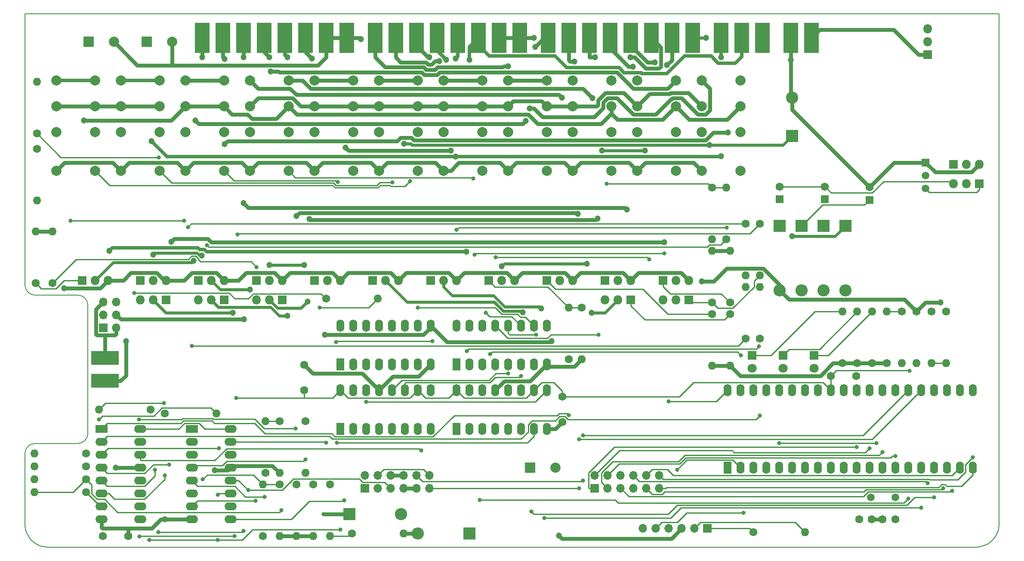
<source format=gbr>
%TF.GenerationSoftware,KiCad,Pcbnew,(5.1.6)-1*%
%TF.CreationDate,2020-08-11T14:57:58+01:00*%
%TF.ProjectId,panel-main,70616e65-6c2d-46d6-9169-6e2e6b696361,rev?*%
%TF.SameCoordinates,Original*%
%TF.FileFunction,Copper,L1,Top*%
%TF.FilePolarity,Positive*%
%FSLAX46Y46*%
G04 Gerber Fmt 4.6, Leading zero omitted, Abs format (unit mm)*
G04 Created by KiCad (PCBNEW (5.1.6)-1) date 2020-08-11 14:57:58*
%MOMM*%
%LPD*%
G01*
G04 APERTURE LIST*
%TA.AperFunction,Profile*%
%ADD10C,0.200000*%
%TD*%
%TA.AperFunction,SMDPad,CuDef*%
%ADD11R,3.000000X6.000000*%
%TD*%
%TA.AperFunction,SMDPad,CuDef*%
%ADD12R,5.500000X2.800000*%
%TD*%
%TA.AperFunction,ComponentPad*%
%ADD13C,1.600000*%
%TD*%
%TA.AperFunction,ComponentPad*%
%ADD14O,1.600000X1.600000*%
%TD*%
%TA.AperFunction,ComponentPad*%
%ADD15R,1.700000X1.700000*%
%TD*%
%TA.AperFunction,ComponentPad*%
%ADD16O,1.700000X1.700000*%
%TD*%
%TA.AperFunction,ComponentPad*%
%ADD17R,2.400000X2.400000*%
%TD*%
%TA.AperFunction,ComponentPad*%
%ADD18O,2.400000X2.400000*%
%TD*%
%TA.AperFunction,ComponentPad*%
%ADD19C,2.400000*%
%TD*%
%TA.AperFunction,ComponentPad*%
%ADD20R,1.600000X1.600000*%
%TD*%
%TA.AperFunction,ComponentPad*%
%ADD21R,1.800000X1.800000*%
%TD*%
%TA.AperFunction,ComponentPad*%
%ADD22O,1.800000X1.800000*%
%TD*%
%TA.AperFunction,ComponentPad*%
%ADD23C,1.520000*%
%TD*%
%TA.AperFunction,ComponentPad*%
%ADD24R,1.520000X1.520000*%
%TD*%
%TA.AperFunction,ComponentPad*%
%ADD25C,1.800000*%
%TD*%
%TA.AperFunction,ComponentPad*%
%ADD26R,2.000000X2.000000*%
%TD*%
%TA.AperFunction,ComponentPad*%
%ADD27C,2.000000*%
%TD*%
%TA.AperFunction,ComponentPad*%
%ADD28C,1.500000*%
%TD*%
%TA.AperFunction,ComponentPad*%
%ADD29R,1.600000X2.400000*%
%TD*%
%TA.AperFunction,ComponentPad*%
%ADD30O,1.600000X2.400000*%
%TD*%
%TA.AperFunction,ComponentPad*%
%ADD31R,2.400000X1.600000*%
%TD*%
%TA.AperFunction,ComponentPad*%
%ADD32O,2.400000X1.600000*%
%TD*%
%TA.AperFunction,ViaPad*%
%ADD33C,0.800000*%
%TD*%
%TA.AperFunction,ViaPad*%
%ADD34C,1.200000*%
%TD*%
%TA.AperFunction,Conductor*%
%ADD35C,0.800000*%
%TD*%
%TA.AperFunction,Conductor*%
%ADD36C,0.250000*%
%TD*%
%TA.AperFunction,Conductor*%
%ADD37C,0.600000*%
%TD*%
%TA.AperFunction,Conductor*%
%ADD38C,0.700000*%
%TD*%
G04 APERTURE END LIST*
D10*
X50972508Y-38971591D02*
X50972508Y-92309883D01*
X242687490Y-38971591D02*
X50972508Y-38971591D01*
X61372508Y-94309883D02*
G75*
G02*
X63372508Y-96309883I0J-2000000D01*
G01*
X52972508Y-94309883D02*
X61372508Y-94309883D01*
X52972508Y-94309883D02*
G75*
G02*
X50972508Y-92309883I0J2000000D01*
G01*
X55472508Y-143909883D02*
X238187490Y-143909883D01*
X241769770Y-142096719D02*
X241928449Y-141869262D01*
X241928449Y-141869262D02*
X242073087Y-141632115D01*
X242073087Y-141632115D02*
X242203341Y-141386260D01*
X242203341Y-141386260D02*
X242318870Y-141132680D01*
X242318870Y-141132680D02*
X242419332Y-140872359D01*
X242419332Y-140872359D02*
X242504383Y-140606279D01*
X242504383Y-140606279D02*
X242573683Y-140335424D01*
X242573683Y-140335424D02*
X242626889Y-140060777D01*
X242626889Y-140060777D02*
X242663659Y-139783322D01*
X242663659Y-139783322D02*
X242683651Y-139504040D01*
X242683651Y-139504040D02*
X242687490Y-139317324D01*
X242687490Y-139317324D02*
X242687490Y-38971591D01*
X238187490Y-143909883D02*
X238445533Y-143901898D01*
X238445533Y-143901898D02*
X238702533Y-143878184D01*
X238702533Y-143878184D02*
X238957740Y-143839103D01*
X238957740Y-143839103D02*
X239210399Y-143785014D01*
X239210399Y-143785014D02*
X239459759Y-143716279D01*
X239459759Y-143716279D02*
X239705067Y-143633259D01*
X239705067Y-143633259D02*
X239945571Y-143536313D01*
X239945571Y-143536313D02*
X240180518Y-143425804D01*
X240180518Y-143425804D02*
X240409157Y-143302091D01*
X240409157Y-143302091D02*
X240630733Y-143165536D01*
X240630733Y-143165536D02*
X240844496Y-143016499D01*
X240844496Y-143016499D02*
X241049693Y-142855342D01*
X241049693Y-142855342D02*
X241245571Y-142682424D01*
X241245571Y-142682424D02*
X241431378Y-142498107D01*
X241431378Y-142498107D02*
X241606362Y-142302752D01*
X241606362Y-142302752D02*
X241769770Y-142096719D01*
X63372508Y-121509883D02*
G75*
G02*
X61372508Y-123509883I-2000000J0D01*
G01*
X61372508Y-123509883D02*
X52972508Y-123509883D01*
X63372508Y-96309883D02*
X63372508Y-121509883D01*
X52766574Y-142986753D02*
X52989415Y-143147096D01*
X52989415Y-143147096D02*
X53221312Y-143293029D01*
X53221312Y-143293029D02*
X53461337Y-143424254D01*
X53461337Y-143424254D02*
X53708567Y-143540476D01*
X53708567Y-143540476D02*
X53962074Y-143641395D01*
X53962074Y-143641395D02*
X54220933Y-143726715D01*
X54220933Y-143726715D02*
X54484219Y-143796138D01*
X54484219Y-143796138D02*
X54751005Y-143849368D01*
X54751005Y-143849368D02*
X55020366Y-143886106D01*
X55020366Y-143886106D02*
X55291375Y-143906056D01*
X55291375Y-143906056D02*
X55472508Y-143909883D01*
X50972508Y-139317324D02*
X50980516Y-139583265D01*
X50980516Y-139583265D02*
X51004274Y-139847961D01*
X51004274Y-139847961D02*
X51043382Y-140110633D01*
X51043382Y-140110633D02*
X51097440Y-140370501D01*
X51097440Y-140370501D02*
X51166048Y-140626788D01*
X51166048Y-140626788D02*
X51248805Y-140878714D01*
X51248805Y-140878714D02*
X51345312Y-141125500D01*
X51345312Y-141125500D02*
X51455167Y-141366368D01*
X51455167Y-141366368D02*
X51577972Y-141600537D01*
X51577972Y-141600537D02*
X51713326Y-141827230D01*
X51713326Y-141827230D02*
X51860829Y-142045667D01*
X51860829Y-142045667D02*
X52020081Y-142255069D01*
X52020081Y-142255069D02*
X52190681Y-142454658D01*
X52190681Y-142454658D02*
X52372230Y-142643654D01*
X52372230Y-142643654D02*
X52564328Y-142821278D01*
X52564328Y-142821278D02*
X52766574Y-142986753D01*
X50972508Y-125509883D02*
X50972508Y-139317324D01*
X50972508Y-125509883D02*
G75*
G02*
X52972508Y-123509883I2000000J0D01*
G01*
D11*
%TO.P,J1,2*%
%TO.N,+12V*%
X205740000Y-43688000D03*
%TO.P,J1,1*%
%TO.N,GND*%
X201676000Y-43688000D03*
%TD*%
%TO.P,J9,3*%
%TO.N,Net-(J9-Pad3)*%
X196088000Y-43688000D03*
%TO.P,J9,2*%
%TO.N,/Feed Relays/AUX[2]*%
X192024000Y-43688000D03*
%TO.P,J9,1*%
%TO.N,/Feed Relays/AUX[1]*%
X187960000Y-43688000D03*
%TD*%
%TO.P,J6,8*%
%TO.N,GND*%
X114300000Y-43688000D03*
%TO.P,J6,7*%
X110236000Y-43688000D03*
%TO.P,J6,6*%
%TO.N,/Feed Relays/FEED[D-]*%
X106172000Y-43688000D03*
%TO.P,J6,5*%
%TO.N,/Feed Relays/FEED[D+]*%
X102108000Y-43688000D03*
%TO.P,J6,4*%
%TO.N,/Feed Relays/FEED[C-]*%
X98044000Y-43688000D03*
%TO.P,J6,3*%
%TO.N,/Feed Relays/FEED[C+]*%
X93980000Y-43688000D03*
%TO.P,J6,2*%
%TO.N,/Feed Relays/FEED[A-]*%
X89916000Y-43688000D03*
%TO.P,J6,1*%
%TO.N,/Feed Relays/FEED[A+]*%
X85852000Y-43688000D03*
%TD*%
%TO.P,J7,8*%
%TO.N,GND*%
X148336000Y-43688000D03*
%TO.P,J7,7*%
X144272000Y-43688000D03*
%TO.P,J7,6*%
%TO.N,/Feed Relays/AUX[2]*%
X140208000Y-43688000D03*
%TO.P,J7,5*%
%TO.N,/Feed Relays/AUX[1]*%
X136144000Y-43688000D03*
%TO.P,J7,4*%
%TO.N,/Feed Relays/FEED[H+]*%
X132080000Y-43688000D03*
%TO.P,J7,3*%
%TO.N,/Feed Relays/FEED[G+]*%
X128016000Y-43688000D03*
%TO.P,J7,2*%
%TO.N,/Feed Relays/FEED[F+]*%
X123952000Y-43688000D03*
%TO.P,J7,1*%
%TO.N,/Feed Relays/FEED[E+]*%
X119888000Y-43688000D03*
%TD*%
%TO.P,J8,8*%
%TO.N,/Points Control/POINTS[COM]*%
X182372000Y-43688000D03*
%TO.P,J8,7*%
%TO.N,/Feed Relays/FEED[I-]*%
X178308000Y-43688000D03*
%TO.P,J8,6*%
%TO.N,/Feed Relays/FEED[D-]*%
X174244000Y-43688000D03*
%TO.P,J8,5*%
%TO.N,/Feed Relays/FEED[C-]*%
X170180000Y-43688000D03*
%TO.P,J8,4*%
%TO.N,/Feed Relays/FEED[C+]*%
X166116000Y-43688000D03*
%TO.P,J8,3*%
%TO.N,/Feed Relays/FEED[B-]*%
X162052000Y-43688000D03*
%TO.P,J8,2*%
%TO.N,/Feed Relays/FEED[B+]*%
X157988000Y-43688000D03*
%TO.P,J8,1*%
%TO.N,/Feed Relays/FEED[A+]*%
X153924000Y-43688000D03*
%TD*%
D12*
%TO.P,J2,3*%
%TO.N,/TFEED[+]*%
X66707200Y-111167200D03*
%TO.P,J2,2*%
%TO.N,/TFEED[-]*%
X66707200Y-106667200D03*
%TD*%
D13*
%TO.P,R41,1*%
%TO.N,Net-(Q9-Pad1)*%
X232283000Y-97536000D03*
D14*
%TO.P,R41,2*%
%TO.N,/Points Control/CHARGE-PUMP*%
X232283000Y-107696000D03*
%TD*%
D15*
%TO.P,J11,1*%
%TO.N,/TFEED[+]*%
X66421000Y-100711000D03*
D16*
%TO.P,J11,2*%
%TO.N,/TFEED[-]*%
X68961000Y-100711000D03*
%TO.P,J11,3*%
%TO.N,TRACK-*%
X66421000Y-98171000D03*
%TO.P,J11,4*%
%TO.N,TRACK+*%
X68961000Y-98171000D03*
%TO.P,J11,5*%
%TO.N,/TFEED[-]*%
X66421000Y-95631000D03*
%TO.P,J11,6*%
%TO.N,/TFEED[+]*%
X68961000Y-95631000D03*
%TD*%
D13*
%TO.P,R7,1*%
%TO.N,Net-(Q8-Pad1)*%
X186182000Y-73152000D03*
D14*
%TO.P,R7,2*%
%TO.N,GND*%
X186182000Y-83312000D03*
%TD*%
D17*
%TO.P,D4,1*%
%TO.N,/Points Control/POINTS[COM]*%
X212471000Y-80645000D03*
D18*
%TO.P,D4,2*%
%TO.N,Net-(C8-Pad1)*%
X212471000Y-93345000D03*
%TD*%
D17*
%TO.P,D3,1*%
%TO.N,Net-(C8-Pad1)*%
X208153000Y-80645000D03*
D18*
%TO.P,D3,2*%
%TO.N,Net-(C7-Pad1)*%
X208153000Y-93345000D03*
%TD*%
D17*
%TO.P,D2,1*%
%TO.N,Net-(C7-Pad1)*%
X203835000Y-80645000D03*
D18*
%TO.P,D2,2*%
%TO.N,Net-(C6-Pad1)*%
X203835000Y-93345000D03*
%TD*%
D17*
%TO.P,D1,1*%
%TO.N,Net-(C6-Pad1)*%
X199517000Y-80645000D03*
D18*
%TO.P,D1,2*%
%TO.N,+12V*%
X199517000Y-93345000D03*
%TD*%
D17*
%TO.P,C9,1*%
%TO.N,/Points Control/POINTS[COM]*%
X201930000Y-62992000D03*
D19*
%TO.P,C9,2*%
%TO.N,GND*%
X201930000Y-55492000D03*
%TD*%
D20*
%TO.P,C8,1*%
%TO.N,Net-(C8-Pad1)*%
X208407000Y-75438000D03*
D13*
%TO.P,C8,2*%
%TO.N,Net-(C6-Pad2)*%
X208407000Y-72938000D03*
%TD*%
D20*
%TO.P,C7,1*%
%TO.N,Net-(C7-Pad1)*%
X217170000Y-75565000D03*
D13*
%TO.P,C7,2*%
%TO.N,GND*%
X217170000Y-73065000D03*
%TD*%
D20*
%TO.P,C6,1*%
%TO.N,Net-(C6-Pad1)*%
X199517000Y-75438000D03*
D13*
%TO.P,C6,2*%
%TO.N,Net-(C6-Pad2)*%
X199517000Y-72938000D03*
%TD*%
%TO.P,C3,1*%
%TO.N,+5V*%
X209550000Y-110236000D03*
%TO.P,C3,2*%
%TO.N,GND*%
X214550000Y-110236000D03*
%TD*%
%TO.P,R40,1*%
%TO.N,GND*%
X211836000Y-107696000D03*
D14*
%TO.P,R40,2*%
%TO.N,Net-(D7-Pad1)*%
X211836000Y-97536000D03*
%TD*%
D13*
%TO.P,R39,1*%
%TO.N,GND*%
X214757000Y-107696000D03*
D14*
%TO.P,R39,2*%
%TO.N,Net-(D6-Pad1)*%
X214757000Y-97536000D03*
%TD*%
D13*
%TO.P,R38,1*%
%TO.N,GND*%
X217678000Y-107696000D03*
D14*
%TO.P,R38,2*%
%TO.N,Net-(D5-Pad1)*%
X217678000Y-97536000D03*
%TD*%
D13*
%TO.P,R37,1*%
%TO.N,/Points Control/PF8*%
X98298000Y-129286000D03*
D14*
%TO.P,R37,2*%
%TO.N,Net-(Q19-Pad1)*%
X98298000Y-119126000D03*
%TD*%
D13*
%TO.P,R36,1*%
%TO.N,/Points Control/PB8*%
X62992000Y-133096000D03*
D14*
%TO.P,R36,2*%
%TO.N,Net-(Q18-Pad1)*%
X52832000Y-133096000D03*
%TD*%
D13*
%TO.P,R35,1*%
%TO.N,/Points Control/PF7*%
X53340000Y-65532000D03*
D14*
%TO.P,R35,2*%
%TO.N,Net-(Q17-Pad1)*%
X53340000Y-75692000D03*
%TD*%
D13*
%TO.P,R34,1*%
%TO.N,/Points Control/PB7*%
X78486000Y-117602000D03*
D14*
%TO.P,R34,2*%
%TO.N,Net-(Q16-Pad1)*%
X88646000Y-117602000D03*
%TD*%
D13*
%TO.P,R33,1*%
%TO.N,/Points Control/PF6*%
X97790000Y-141732000D03*
D14*
%TO.P,R33,2*%
%TO.N,Net-(Q15-Pad1)*%
X97790000Y-131572000D03*
%TD*%
D13*
%TO.P,R32,1*%
%TO.N,/Points Control/PB6*%
X75692000Y-116840000D03*
D14*
%TO.P,R32,2*%
%TO.N,Net-(Q14-Pad1)*%
X65532000Y-116840000D03*
%TD*%
D13*
%TO.P,R31,1*%
%TO.N,/Points Control/PF5*%
X106172000Y-119126000D03*
D14*
%TO.P,R31,2*%
%TO.N,Net-(Q13-Pad1)*%
X106172000Y-129286000D03*
%TD*%
D13*
%TO.P,R30,1*%
%TO.N,/Points Control/PB5*%
X53340000Y-62484000D03*
D14*
%TO.P,R30,2*%
%TO.N,Net-(Q12-Pad1)*%
X53340000Y-52324000D03*
%TD*%
D13*
%TO.P,R29,1*%
%TO.N,/Points Control/PF4*%
X192786000Y-80264000D03*
D14*
%TO.P,R29,2*%
%TO.N,Net-(Q11-Pad1)*%
X192786000Y-90424000D03*
%TD*%
D13*
%TO.P,R28,1*%
%TO.N,/Points Control/PB4*%
X195580000Y-80264000D03*
D14*
%TO.P,R28,2*%
%TO.N,Net-(Q10-Pad1)*%
X195580000Y-90424000D03*
%TD*%
D13*
%TO.P,R27,1*%
%TO.N,/Points Control/PF3*%
X188976000Y-83312000D03*
D14*
%TO.P,R27,2*%
%TO.N,Net-(Q8-Pad1)*%
X188976000Y-73152000D03*
%TD*%
D13*
%TO.P,R26,1*%
%TO.N,/Points Control/PB3*%
X195580000Y-102870000D03*
D14*
%TO.P,R26,2*%
%TO.N,Net-(Q7-Pad1)*%
X195580000Y-92710000D03*
%TD*%
D13*
%TO.P,R25,1*%
%TO.N,/Points Control/PF2*%
X192786000Y-102870000D03*
D14*
%TO.P,R25,2*%
%TO.N,Net-(Q5-Pad1)*%
X192786000Y-92710000D03*
%TD*%
D13*
%TO.P,R24,1*%
%TO.N,/Points Control/PB2*%
X157988000Y-106934000D03*
D14*
%TO.P,R24,2*%
%TO.N,Net-(Q4-Pad1)*%
X157988000Y-96774000D03*
%TD*%
D13*
%TO.P,R23,1*%
%TO.N,+12V*%
X226441000Y-97536000D03*
D14*
%TO.P,R23,2*%
%TO.N,Net-(Q3-Pad3)*%
X226441000Y-107696000D03*
%TD*%
D13*
%TO.P,R22,1*%
%TO.N,/Points Control/PF1*%
X110998000Y-131572000D03*
D14*
%TO.P,R22,2*%
%TO.N,Net-(Q2-Pad1)*%
X110998000Y-141732000D03*
%TD*%
D13*
%TO.P,R21,1*%
%TO.N,/Points Control/PB1*%
X110236000Y-94996000D03*
D14*
%TO.P,R21,2*%
%TO.N,Net-(Q1-Pad1)*%
X120396000Y-94996000D03*
%TD*%
D13*
%TO.P,R20,1*%
%TO.N,Net-(Q3-Pad2)*%
X229362000Y-97536000D03*
D14*
%TO.P,R20,2*%
%TO.N,/Points Control/CHARGE-PUMP*%
X229362000Y-107696000D03*
%TD*%
D13*
%TO.P,R19,1*%
%TO.N,GND*%
X220599000Y-107696000D03*
D14*
%TO.P,R19,2*%
%TO.N,/CHG-LVL*%
X220599000Y-97536000D03*
%TD*%
D13*
%TO.P,R18,1*%
%TO.N,/CHG-LVL*%
X223520000Y-97536000D03*
D14*
%TO.P,R18,2*%
%TO.N,/Points Control/POINTS[COM]*%
X223520000Y-107696000D03*
%TD*%
D21*
%TO.P,Q9,1*%
%TO.N,Net-(Q9-Pad1)*%
X233680000Y-68580000D03*
D22*
%TO.P,Q9,2*%
%TO.N,Net-(C6-Pad2)*%
X236220000Y-68580000D03*
%TO.P,Q9,3*%
%TO.N,GND*%
X238760000Y-68580000D03*
%TD*%
D21*
%TO.P,Q6,1*%
%TO.N,Net-(Q3-Pad3)*%
X238760000Y-72390000D03*
D22*
%TO.P,Q6,2*%
%TO.N,+12V*%
X236220000Y-72390000D03*
%TO.P,Q6,3*%
%TO.N,Net-(C6-Pad2)*%
X233680000Y-72390000D03*
%TD*%
D23*
%TO.P,Q3,2*%
%TO.N,Net-(Q3-Pad2)*%
X228219000Y-70739000D03*
%TO.P,Q3,3*%
%TO.N,Net-(Q3-Pad3)*%
X228219000Y-73279000D03*
D24*
%TO.P,Q3,1*%
%TO.N,GND*%
X228219000Y-68199000D03*
%TD*%
D21*
%TO.P,D7,1*%
%TO.N,Net-(D7-Pad1)*%
X194056000Y-106172000D03*
D25*
%TO.P,D7,2*%
%TO.N,Net-(D7-Pad2)*%
X194056000Y-108712000D03*
%TD*%
D21*
%TO.P,D6,1*%
%TO.N,Net-(D6-Pad1)*%
X200152000Y-106172000D03*
D25*
%TO.P,D6,2*%
%TO.N,Net-(D6-Pad2)*%
X200152000Y-108712000D03*
%TD*%
D21*
%TO.P,D5,1*%
%TO.N,Net-(D5-Pad1)*%
X206248000Y-106172000D03*
D25*
%TO.P,D5,2*%
%TO.N,Net-(D5-Pad2)*%
X206248000Y-108712000D03*
%TD*%
D26*
%TO.P,C15,1*%
%TO.N,+5V*%
X150368000Y-128270000D03*
D27*
%TO.P,C15,2*%
%TO.N,GND*%
X155368000Y-128270000D03*
%TD*%
D13*
%TO.P,C14,1*%
%TO.N,+5V*%
X156718000Y-114300000D03*
%TO.P,C14,2*%
%TO.N,GND*%
X156718000Y-119300000D03*
%TD*%
%TO.P,C13,1*%
%TO.N,+5V*%
X66294000Y-141732000D03*
%TO.P,C13,2*%
%TO.N,GND*%
X71294000Y-141732000D03*
%TD*%
%TO.P,C12,1*%
%TO.N,+5V*%
X105918000Y-113030000D03*
%TO.P,C12,2*%
%TO.N,GND*%
X105918000Y-108030000D03*
%TD*%
D21*
%TO.P,U1,1*%
%TO.N,+12V*%
X228600000Y-46990000D03*
D22*
%TO.P,U1,2*%
%TO.N,GND*%
X228600000Y-44450000D03*
%TO.P,U1,3*%
%TO.N,+5V*%
X228600000Y-41910000D03*
%TD*%
D21*
%TO.P,Q19,1*%
%TO.N,Net-(Q19-Pad1)*%
X107950000Y-91440000D03*
D22*
%TO.P,Q19,2*%
%TO.N,/Points Control/POINTS[F8]-COIL*%
X110490000Y-91440000D03*
%TO.P,Q19,3*%
%TO.N,GND*%
X113030000Y-91440000D03*
%TD*%
D21*
%TO.P,Q18,1*%
%TO.N,Net-(Q18-Pad1)*%
X101600000Y-95250000D03*
D22*
%TO.P,Q18,2*%
%TO.N,/Points Control/POINTS[B8]-COIL*%
X99060000Y-95250000D03*
%TO.P,Q18,3*%
%TO.N,GND*%
X96520000Y-95250000D03*
%TD*%
D21*
%TO.P,Q17,1*%
%TO.N,Net-(Q17-Pad1)*%
X96520000Y-91440000D03*
D22*
%TO.P,Q17,2*%
%TO.N,/Points Control/POINTS[F7]-COIL*%
X99060000Y-91440000D03*
%TO.P,Q17,3*%
%TO.N,GND*%
X101600000Y-91440000D03*
%TD*%
D21*
%TO.P,Q16,1*%
%TO.N,Net-(Q16-Pad1)*%
X90170000Y-95250000D03*
D22*
%TO.P,Q16,2*%
%TO.N,/Points Control/POINTS[B7]-COIL*%
X87630000Y-95250000D03*
%TO.P,Q16,3*%
%TO.N,GND*%
X85090000Y-95250000D03*
%TD*%
D21*
%TO.P,Q15,1*%
%TO.N,Net-(Q15-Pad1)*%
X85090000Y-91440000D03*
D22*
%TO.P,Q15,2*%
%TO.N,/Points Control/POINTS[F6]-COIL*%
X87630000Y-91440000D03*
%TO.P,Q15,3*%
%TO.N,GND*%
X90170000Y-91440000D03*
%TD*%
D21*
%TO.P,Q14,1*%
%TO.N,Net-(Q14-Pad1)*%
X78740000Y-95250000D03*
D22*
%TO.P,Q14,2*%
%TO.N,/Points Control/POINTS[B6]-COIL*%
X76200000Y-95250000D03*
%TO.P,Q14,3*%
%TO.N,GND*%
X73660000Y-95250000D03*
%TD*%
D21*
%TO.P,Q13,1*%
%TO.N,Net-(Q13-Pad1)*%
X73660000Y-91440000D03*
D22*
%TO.P,Q13,2*%
%TO.N,/Points Control/POINTS[F5]-COIL*%
X76200000Y-91440000D03*
%TO.P,Q13,3*%
%TO.N,GND*%
X78740000Y-91440000D03*
%TD*%
D21*
%TO.P,Q12,1*%
%TO.N,Net-(Q12-Pad1)*%
X62230000Y-91440000D03*
D22*
%TO.P,Q12,2*%
%TO.N,/Points Control/POINTS[B5]-COIL*%
X64770000Y-91440000D03*
%TO.P,Q12,3*%
%TO.N,GND*%
X67310000Y-91440000D03*
%TD*%
D21*
%TO.P,Q11,1*%
%TO.N,Net-(Q11-Pad1)*%
X176530000Y-91440000D03*
D22*
%TO.P,Q11,2*%
%TO.N,/Points Control/POINTS[F4]-COIL*%
X179070000Y-91440000D03*
%TO.P,Q11,3*%
%TO.N,GND*%
X181610000Y-91440000D03*
%TD*%
D21*
%TO.P,Q10,1*%
%TO.N,Net-(Q10-Pad1)*%
X181610000Y-95250000D03*
D22*
%TO.P,Q10,2*%
%TO.N,/Points Control/POINTS[B4]-COIL*%
X179070000Y-95250000D03*
%TO.P,Q10,3*%
%TO.N,GND*%
X176530000Y-95250000D03*
%TD*%
D21*
%TO.P,Q8,1*%
%TO.N,Net-(Q8-Pad1)*%
X165100000Y-91440000D03*
D22*
%TO.P,Q8,2*%
%TO.N,/Points Control/POINTS[F3]-COIL*%
X167640000Y-91440000D03*
%TO.P,Q8,3*%
%TO.N,GND*%
X170180000Y-91440000D03*
%TD*%
D21*
%TO.P,Q7,1*%
%TO.N,Net-(Q7-Pad1)*%
X170180000Y-95250000D03*
D22*
%TO.P,Q7,2*%
%TO.N,/Points Control/POINTS[B3]-COIL*%
X167640000Y-95250000D03*
%TO.P,Q7,3*%
%TO.N,GND*%
X165100000Y-95250000D03*
%TD*%
D21*
%TO.P,Q5,1*%
%TO.N,Net-(Q5-Pad1)*%
X153670000Y-91440000D03*
D22*
%TO.P,Q5,2*%
%TO.N,/Points Control/POINTS[F2]-COIL*%
X156210000Y-91440000D03*
%TO.P,Q5,3*%
%TO.N,GND*%
X158750000Y-91440000D03*
%TD*%
D21*
%TO.P,Q4,1*%
%TO.N,Net-(Q4-Pad1)*%
X142240000Y-91440000D03*
D22*
%TO.P,Q4,2*%
%TO.N,/Points Control/POINTS[B2]-COIL*%
X144780000Y-91440000D03*
%TO.P,Q4,3*%
%TO.N,GND*%
X147320000Y-91440000D03*
%TD*%
D21*
%TO.P,Q2,1*%
%TO.N,Net-(Q2-Pad1)*%
X130810000Y-91440000D03*
D22*
%TO.P,Q2,2*%
%TO.N,/Points Control/POINTS[F1]-COIL*%
X133350000Y-91440000D03*
%TO.P,Q2,3*%
%TO.N,GND*%
X135890000Y-91440000D03*
%TD*%
D21*
%TO.P,Q1,1*%
%TO.N,Net-(Q1-Pad1)*%
X119380000Y-91440000D03*
D22*
%TO.P,Q1,2*%
%TO.N,/Points Control/POINTS[B1]-COIL*%
X121920000Y-91440000D03*
%TO.P,Q1,3*%
%TO.N,GND*%
X124460000Y-91440000D03*
%TD*%
D28*
%TO.P,Y1,1*%
%TO.N,Net-(C4-Pad1)*%
X217424000Y-134112000D03*
%TO.P,Y1,2*%
%TO.N,Net-(C5-Pad1)*%
X222304000Y-134112000D03*
%TD*%
D29*
%TO.P,U8,1*%
%TO.N,MCLR*%
X189230000Y-128270000D03*
D30*
%TO.P,U8,21*%
%TO.N,/PB6*%
X237490000Y-113030000D03*
%TO.P,U8,2*%
%TO.N,/HALL[G]*%
X191770000Y-128270000D03*
%TO.P,U8,22*%
%TO.N,/PB5*%
X234950000Y-113030000D03*
%TO.P,U8,3*%
%TO.N,/HALL[F]*%
X194310000Y-128270000D03*
%TO.P,U8,23*%
%TO.N,/PB9*%
X232410000Y-113030000D03*
%TO.P,U8,4*%
%TO.N,/HALL[E]*%
X196850000Y-128270000D03*
%TO.P,U8,24*%
%TO.N,/PB10*%
X229870000Y-113030000D03*
%TO.P,U8,5*%
%TO.N,/CHG-LVL*%
X199390000Y-128270000D03*
%TO.P,U8,25*%
%TO.N,/AUX1-LED*%
X227330000Y-113030000D03*
%TO.P,U8,6*%
%TO.N,Net-(U8-Pad6)*%
X201930000Y-128270000D03*
%TO.P,U8,26*%
%TO.N,/AUX2-LED*%
X224790000Y-113030000D03*
%TO.P,U8,7*%
%TO.N,Net-(U8-Pad7)*%
X204470000Y-128270000D03*
%TO.P,U8,27*%
%TO.N,/PB4*%
X222250000Y-113030000D03*
%TO.P,U8,8*%
%TO.N,Net-(U8-Pad8)*%
X207010000Y-128270000D03*
%TO.P,U8,28*%
%TO.N,/PB3*%
X219710000Y-113030000D03*
%TO.P,U8,9*%
%TO.N,Net-(U8-Pad9)*%
X209550000Y-128270000D03*
%TO.P,U8,29*%
%TO.N,/PB2*%
X217170000Y-113030000D03*
%TO.P,U8,10*%
%TO.N,Net-(U8-Pad10)*%
X212090000Y-128270000D03*
%TO.P,U8,30*%
%TO.N,/PB1*%
X214630000Y-113030000D03*
%TO.P,U8,11*%
%TO.N,+5V*%
X214630000Y-128270000D03*
%TO.P,U8,31*%
%TO.N,GND*%
X212090000Y-113030000D03*
%TO.P,U8,12*%
X217170000Y-128270000D03*
%TO.P,U8,32*%
%TO.N,+5V*%
X209550000Y-113030000D03*
%TO.P,U8,13*%
%TO.N,Net-(C4-Pad1)*%
X219710000Y-128270000D03*
%TO.P,U8,33*%
%TO.N,Net-(U8-Pad33)*%
X207010000Y-113030000D03*
%TO.P,U8,14*%
%TO.N,Net-(C5-Pad1)*%
X222250000Y-128270000D03*
%TO.P,U8,34*%
%TO.N,Net-(U8-Pad34)*%
X204470000Y-113030000D03*
%TO.P,U8,15*%
%TO.N,/Feed Relays/DATA[IN]*%
X224790000Y-128270000D03*
%TO.P,U8,35*%
%TO.N,Net-(U8-Pad35)*%
X201930000Y-113030000D03*
%TO.P,U8,16*%
%TO.N,DCLK*%
X227330000Y-128270000D03*
%TO.P,U8,36*%
%TO.N,Net-(D5-Pad2)*%
X199390000Y-113030000D03*
%TO.P,U8,17*%
%TO.N,DLAT*%
X229870000Y-128270000D03*
%TO.P,U8,37*%
%TO.N,Net-(D6-Pad2)*%
X196850000Y-113030000D03*
%TO.P,U8,18*%
%TO.N,/Points Control/CHARGE-PUMP*%
X232410000Y-128270000D03*
%TO.P,U8,38*%
%TO.N,Net-(D7-Pad2)*%
X194310000Y-113030000D03*
%TO.P,U8,19*%
%TO.N,/PB8*%
X234950000Y-128270000D03*
%TO.P,U8,39*%
%TO.N,ICSPCLK*%
X191770000Y-113030000D03*
%TO.P,U8,20*%
%TO.N,/PB7*%
X237490000Y-128270000D03*
%TO.P,U8,40*%
%TO.N,ICSPDAT*%
X189230000Y-113030000D03*
%TD*%
D29*
%TO.P,U7,1*%
%TO.N,Net-(U4-Pad7)*%
X113030000Y-107950000D03*
D30*
%TO.P,U7,9*%
%TO.N,+12V*%
X130810000Y-100330000D03*
%TO.P,U7,2*%
%TO.N,Net-(U5-Pad15)*%
X115570000Y-107950000D03*
%TO.P,U7,10*%
%TO.N,Net-(U7-Pad10)*%
X128270000Y-100330000D03*
%TO.P,U7,3*%
%TO.N,Net-(U5-Pad1)*%
X118110000Y-107950000D03*
%TO.P,U7,11*%
%TO.N,Net-(U7-Pad11)*%
X125730000Y-100330000D03*
%TO.P,U7,4*%
%TO.N,Net-(U5-Pad2)*%
X120650000Y-107950000D03*
%TO.P,U7,12*%
%TO.N,Net-(K9-Pad8)*%
X123190000Y-100330000D03*
%TO.P,U7,5*%
%TO.N,Net-(U5-Pad3)*%
X123190000Y-107950000D03*
%TO.P,U7,13*%
%TO.N,Net-(K6-Pad8)*%
X120650000Y-100330000D03*
%TO.P,U7,6*%
%TO.N,Net-(U5-Pad4)*%
X125730000Y-107950000D03*
%TO.P,U7,14*%
%TO.N,Net-(U7-Pad14)*%
X118110000Y-100330000D03*
%TO.P,U7,7*%
%TO.N,Net-(U5-Pad5)*%
X128270000Y-107950000D03*
%TO.P,U7,15*%
%TO.N,Net-(K4-Pad8)*%
X115570000Y-100330000D03*
%TO.P,U7,8*%
%TO.N,GND*%
X130810000Y-107950000D03*
%TO.P,U7,16*%
%TO.N,Net-(K2-Pad8)*%
X113030000Y-100330000D03*
%TD*%
D29*
%TO.P,U6,1*%
%TO.N,Net-(U4-Pad15)*%
X135890000Y-107950000D03*
D30*
%TO.P,U6,9*%
%TO.N,+12V*%
X153670000Y-100330000D03*
%TO.P,U6,2*%
%TO.N,Net-(U4-Pad1)*%
X138430000Y-107950000D03*
%TO.P,U6,10*%
%TO.N,Net-(K11-Pad8)*%
X151130000Y-100330000D03*
%TO.P,U6,3*%
%TO.N,Net-(U4-Pad2)*%
X140970000Y-107950000D03*
%TO.P,U6,11*%
%TO.N,Net-(K10-Pad8)*%
X148590000Y-100330000D03*
%TO.P,U6,4*%
%TO.N,Net-(U4-Pad3)*%
X143510000Y-107950000D03*
%TO.P,U6,12*%
%TO.N,Net-(K8-Pad8)*%
X146050000Y-100330000D03*
%TO.P,U6,5*%
%TO.N,Net-(U4-Pad4)*%
X146050000Y-107950000D03*
%TO.P,U6,13*%
%TO.N,Net-(K7-Pad8)*%
X143510000Y-100330000D03*
%TO.P,U6,6*%
%TO.N,Net-(U4-Pad5)*%
X148590000Y-107950000D03*
%TO.P,U6,14*%
%TO.N,Net-(K5-Pad8)*%
X140970000Y-100330000D03*
%TO.P,U6,7*%
%TO.N,Net-(U4-Pad6)*%
X151130000Y-107950000D03*
%TO.P,U6,15*%
%TO.N,Net-(K3-Pad8)*%
X138430000Y-100330000D03*
%TO.P,U6,8*%
%TO.N,GND*%
X153670000Y-107950000D03*
%TO.P,U6,16*%
%TO.N,Net-(K1-Pad8)*%
X135890000Y-100330000D03*
%TD*%
D29*
%TO.P,U5,1*%
%TO.N,Net-(U5-Pad1)*%
X113030000Y-120650000D03*
D30*
%TO.P,U5,9*%
%TO.N,/Points Control/DATA[IN]*%
X130810000Y-113030000D03*
%TO.P,U5,2*%
%TO.N,Net-(U5-Pad2)*%
X115570000Y-120650000D03*
%TO.P,U5,10*%
%TO.N,+5V*%
X128270000Y-113030000D03*
%TO.P,U5,3*%
%TO.N,Net-(U5-Pad3)*%
X118110000Y-120650000D03*
%TO.P,U5,11*%
%TO.N,DCLK*%
X125730000Y-113030000D03*
%TO.P,U5,4*%
%TO.N,Net-(U5-Pad4)*%
X120650000Y-120650000D03*
%TO.P,U5,12*%
%TO.N,DLAT*%
X123190000Y-113030000D03*
%TO.P,U5,5*%
%TO.N,Net-(U5-Pad5)*%
X123190000Y-120650000D03*
%TO.P,U5,13*%
%TO.N,GND*%
X120650000Y-113030000D03*
%TO.P,U5,6*%
%TO.N,/Feed Relays/SR1-SPARE5*%
X125730000Y-120650000D03*
%TO.P,U5,14*%
%TO.N,Net-(U4-Pad9)*%
X118110000Y-113030000D03*
%TO.P,U5,7*%
%TO.N,/Feed Relays/SR1-SPARE6*%
X128270000Y-120650000D03*
%TO.P,U5,15*%
%TO.N,Net-(U5-Pad15)*%
X115570000Y-113030000D03*
%TO.P,U5,8*%
%TO.N,GND*%
X130810000Y-120650000D03*
%TO.P,U5,16*%
%TO.N,+5V*%
X113030000Y-113030000D03*
%TD*%
D29*
%TO.P,U4,1*%
%TO.N,Net-(U4-Pad1)*%
X135890000Y-120650000D03*
D30*
%TO.P,U4,9*%
%TO.N,Net-(U4-Pad9)*%
X153670000Y-113030000D03*
%TO.P,U4,2*%
%TO.N,Net-(U4-Pad2)*%
X138430000Y-120650000D03*
%TO.P,U4,10*%
%TO.N,+5V*%
X151130000Y-113030000D03*
%TO.P,U4,3*%
%TO.N,Net-(U4-Pad3)*%
X140970000Y-120650000D03*
%TO.P,U4,11*%
%TO.N,DCLK*%
X148590000Y-113030000D03*
%TO.P,U4,4*%
%TO.N,Net-(U4-Pad4)*%
X143510000Y-120650000D03*
%TO.P,U4,12*%
%TO.N,DLAT*%
X146050000Y-113030000D03*
%TO.P,U4,5*%
%TO.N,Net-(U4-Pad5)*%
X146050000Y-120650000D03*
%TO.P,U4,13*%
%TO.N,GND*%
X143510000Y-113030000D03*
%TO.P,U4,6*%
%TO.N,Net-(U4-Pad6)*%
X148590000Y-120650000D03*
%TO.P,U4,14*%
%TO.N,/Feed Relays/DATA[IN]*%
X140970000Y-113030000D03*
%TO.P,U4,7*%
%TO.N,Net-(U4-Pad7)*%
X151130000Y-120650000D03*
%TO.P,U4,15*%
%TO.N,Net-(U4-Pad15)*%
X138430000Y-113030000D03*
%TO.P,U4,8*%
%TO.N,GND*%
X153670000Y-120650000D03*
%TO.P,U4,16*%
%TO.N,+5V*%
X135890000Y-113030000D03*
%TD*%
D31*
%TO.P,U3,1*%
%TO.N,/Points Control/PF2*%
X83820000Y-120650000D03*
D32*
%TO.P,U3,9*%
%TO.N,/Points Control/DATA[OUT]*%
X91440000Y-138430000D03*
%TO.P,U3,2*%
%TO.N,/Points Control/PF3*%
X83820000Y-123190000D03*
%TO.P,U3,10*%
%TO.N,+5V*%
X91440000Y-135890000D03*
%TO.P,U3,3*%
%TO.N,/Points Control/PF4*%
X83820000Y-125730000D03*
%TO.P,U3,11*%
%TO.N,DCLK*%
X91440000Y-133350000D03*
%TO.P,U3,4*%
%TO.N,/Points Control/PF5*%
X83820000Y-128270000D03*
%TO.P,U3,12*%
%TO.N,DLAT*%
X91440000Y-130810000D03*
%TO.P,U3,5*%
%TO.N,/Points Control/PF6*%
X83820000Y-130810000D03*
%TO.P,U3,13*%
%TO.N,GND*%
X91440000Y-128270000D03*
%TO.P,U3,6*%
%TO.N,/Points Control/PF7*%
X83820000Y-133350000D03*
%TO.P,U3,14*%
%TO.N,Net-(U2-Pad9)*%
X91440000Y-125730000D03*
%TO.P,U3,7*%
%TO.N,/Points Control/PF8*%
X83820000Y-135890000D03*
%TO.P,U3,15*%
%TO.N,/Points Control/PF1*%
X91440000Y-123190000D03*
%TO.P,U3,8*%
%TO.N,GND*%
X83820000Y-138430000D03*
%TO.P,U3,16*%
%TO.N,+5V*%
X91440000Y-120650000D03*
%TD*%
D31*
%TO.P,U2,1*%
%TO.N,/Points Control/PB2*%
X66040000Y-120650000D03*
D32*
%TO.P,U2,9*%
%TO.N,Net-(U2-Pad9)*%
X73660000Y-138430000D03*
%TO.P,U2,2*%
%TO.N,/Points Control/PB3*%
X66040000Y-123190000D03*
%TO.P,U2,10*%
%TO.N,+5V*%
X73660000Y-135890000D03*
%TO.P,U2,3*%
%TO.N,/Points Control/PB4*%
X66040000Y-125730000D03*
%TO.P,U2,11*%
%TO.N,DCLK*%
X73660000Y-133350000D03*
%TO.P,U2,4*%
%TO.N,/Points Control/PB5*%
X66040000Y-128270000D03*
%TO.P,U2,12*%
%TO.N,DLAT*%
X73660000Y-130810000D03*
%TO.P,U2,5*%
%TO.N,/Points Control/PB6*%
X66040000Y-130810000D03*
%TO.P,U2,13*%
%TO.N,GND*%
X73660000Y-128270000D03*
%TO.P,U2,6*%
%TO.N,/Points Control/PB7*%
X66040000Y-133350000D03*
%TO.P,U2,14*%
%TO.N,/Points Control/DATA[IN]*%
X73660000Y-125730000D03*
%TO.P,U2,7*%
%TO.N,/Points Control/PB8*%
X66040000Y-135890000D03*
%TO.P,U2,15*%
%TO.N,/Points Control/PB1*%
X73660000Y-123190000D03*
%TO.P,U2,8*%
%TO.N,GND*%
X66040000Y-138430000D03*
%TO.P,U2,16*%
%TO.N,+5V*%
X73660000Y-120650000D03*
%TD*%
D13*
%TO.P,R1,1*%
%TO.N,MCLR*%
X194310000Y-140970000D03*
D14*
%TO.P,R1,2*%
%TO.N,+5V*%
X204470000Y-140970000D03*
%TD*%
D15*
%TO.P,J3,1*%
%TO.N,MCLR*%
X185293000Y-140208000D03*
D16*
%TO.P,J3,2*%
%TO.N,+5V*%
X182753000Y-140208000D03*
%TO.P,J3,3*%
%TO.N,GND*%
X180213000Y-140208000D03*
%TO.P,J3,4*%
%TO.N,ICSPDAT*%
X177673000Y-140208000D03*
%TO.P,J3,5*%
%TO.N,ICSPCLK*%
X175133000Y-140208000D03*
%TO.P,J3,6*%
%TO.N,Net-(J3-Pad6)*%
X172593000Y-140208000D03*
%TD*%
D17*
%TO.P,D20,1*%
%TO.N,+5V*%
X138430000Y-141224000D03*
D18*
%TO.P,D20,2*%
%TO.N,GND*%
X128270000Y-141224000D03*
%TD*%
D17*
%TO.P,D19,1*%
%TO.N,+12V*%
X114808000Y-137414000D03*
D18*
%TO.P,D19,2*%
%TO.N,GND*%
X124968000Y-137414000D03*
%TD*%
D13*
%TO.P,C5,1*%
%TO.N,Net-(C5-Pad1)*%
X222250000Y-138430000D03*
%TO.P,C5,2*%
%TO.N,GND*%
X219750000Y-138430000D03*
%TD*%
%TO.P,C4,1*%
%TO.N,Net-(C4-Pad1)*%
X215138000Y-138430000D03*
%TO.P,C4,2*%
%TO.N,GND*%
X217638000Y-138430000D03*
%TD*%
D26*
%TO.P,C2,1*%
%TO.N,+5V*%
X74930000Y-44450000D03*
D27*
%TO.P,C2,2*%
%TO.N,GND*%
X79930000Y-44450000D03*
%TD*%
D26*
%TO.P,C1,1*%
%TO.N,+12V*%
X63500000Y-44450000D03*
D27*
%TO.P,C1,2*%
%TO.N,GND*%
X68500000Y-44450000D03*
%TD*%
D13*
%TO.P,R17,1*%
%TO.N,Net-(Q19-Pad1)*%
X101092000Y-119126000D03*
D14*
%TO.P,R17,2*%
%TO.N,GND*%
X101092000Y-129286000D03*
%TD*%
D13*
%TO.P,R16,1*%
%TO.N,Net-(Q18-Pad1)*%
X62992000Y-130556000D03*
D14*
%TO.P,R16,2*%
%TO.N,GND*%
X52832000Y-130556000D03*
%TD*%
D13*
%TO.P,R15,1*%
%TO.N,Net-(Q17-Pad1)*%
X56388000Y-91948000D03*
D14*
%TO.P,R15,2*%
%TO.N,GND*%
X56388000Y-81788000D03*
%TD*%
D13*
%TO.P,R14,1*%
%TO.N,Net-(Q16-Pad1)*%
X62992000Y-128016000D03*
D14*
%TO.P,R14,2*%
%TO.N,GND*%
X52832000Y-128016000D03*
%TD*%
D13*
%TO.P,R13,1*%
%TO.N,Net-(Q15-Pad1)*%
X101092000Y-131572000D03*
D14*
%TO.P,R13,2*%
%TO.N,GND*%
X101092000Y-141732000D03*
%TD*%
D13*
%TO.P,R12,1*%
%TO.N,Net-(Q14-Pad1)*%
X62992000Y-125476000D03*
D14*
%TO.P,R12,2*%
%TO.N,GND*%
X52832000Y-125476000D03*
%TD*%
D13*
%TO.P,R11,1*%
%TO.N,Net-(Q13-Pad1)*%
X104394000Y-131572000D03*
D14*
%TO.P,R11,2*%
%TO.N,GND*%
X104394000Y-141732000D03*
%TD*%
D13*
%TO.P,R10,1*%
%TO.N,Net-(Q12-Pad1)*%
X53086000Y-91948000D03*
D14*
%TO.P,R10,2*%
%TO.N,GND*%
X53086000Y-81788000D03*
%TD*%
D13*
%TO.P,R9,1*%
%TO.N,Net-(Q11-Pad1)*%
X189738000Y-95758000D03*
D14*
%TO.P,R9,2*%
%TO.N,GND*%
X189738000Y-85598000D03*
%TD*%
D13*
%TO.P,R8,1*%
%TO.N,Net-(Q10-Pad1)*%
X186182000Y-95758000D03*
D14*
%TO.P,R8,2*%
%TO.N,GND*%
X186182000Y-85598000D03*
%TD*%
D13*
%TO.P,R6,1*%
%TO.N,Net-(Q7-Pad1)*%
X189738000Y-98044000D03*
D14*
%TO.P,R6,2*%
%TO.N,GND*%
X189738000Y-108204000D03*
%TD*%
D13*
%TO.P,R5,1*%
%TO.N,Net-(Q5-Pad1)*%
X186182000Y-98044000D03*
D14*
%TO.P,R5,2*%
%TO.N,GND*%
X186182000Y-108204000D03*
%TD*%
D13*
%TO.P,R4,1*%
%TO.N,Net-(Q4-Pad1)*%
X160528000Y-96774000D03*
D14*
%TO.P,R4,2*%
%TO.N,GND*%
X160528000Y-106934000D03*
%TD*%
D13*
%TO.P,R3,1*%
%TO.N,Net-(Q2-Pad1)*%
X115316000Y-141224000D03*
D14*
%TO.P,R3,2*%
%TO.N,GND*%
X125476000Y-141224000D03*
%TD*%
D13*
%TO.P,R2,1*%
%TO.N,Net-(Q1-Pad1)*%
X107696000Y-131572000D03*
D14*
%TO.P,R2,2*%
%TO.N,GND*%
X107696000Y-141732000D03*
%TD*%
D15*
%TO.P,J5,1*%
%TO.N,+12V*%
X117858540Y-132321300D03*
D16*
%TO.P,J5,2*%
%TO.N,/Points Control/DATA[OUT]*%
X117858540Y-129781300D03*
%TO.P,J5,3*%
%TO.N,DCLK*%
X120398540Y-132321300D03*
%TO.P,J5,4*%
%TO.N,+5V*%
X120398540Y-129781300D03*
%TO.P,J5,5*%
%TO.N,DLAT*%
X122938540Y-132321300D03*
%TO.P,J5,6*%
%TO.N,GND*%
X122938540Y-129781300D03*
%TO.P,J5,7*%
X125478540Y-132321300D03*
%TO.P,J5,8*%
X125478540Y-129781300D03*
%TO.P,J5,9*%
X128018540Y-132321300D03*
%TO.P,J5,10*%
%TO.N,/AUX2-LED*%
X128018540Y-129781300D03*
%TO.P,J5,11*%
%TO.N,/AUX1-LED*%
X130558540Y-132321300D03*
%TO.P,J5,12*%
%TO.N,+5V*%
X130558540Y-129781300D03*
%TD*%
D15*
%TO.P,J4,1*%
%TO.N,/PB1*%
X163113720Y-132344160D03*
D16*
%TO.P,J4,2*%
%TO.N,/PB2*%
X163113720Y-129804160D03*
%TO.P,J4,3*%
%TO.N,/PB3*%
X165653720Y-132344160D03*
%TO.P,J4,4*%
%TO.N,/PB4*%
X165653720Y-129804160D03*
%TO.P,J4,5*%
%TO.N,/PB5*%
X168193720Y-132344160D03*
%TO.P,J4,6*%
%TO.N,Net-(J4-Pad6)*%
X168193720Y-129804160D03*
%TO.P,J4,7*%
%TO.N,Net-(J4-Pad7)*%
X170733720Y-132344160D03*
%TO.P,J4,8*%
%TO.N,/PB10*%
X170733720Y-129804160D03*
%TO.P,J4,9*%
%TO.N,/PB9*%
X173273720Y-132344160D03*
%TO.P,J4,10*%
%TO.N,/PB8*%
X173273720Y-129804160D03*
%TO.P,J4,11*%
%TO.N,/PB7*%
X175813720Y-132344160D03*
%TO.P,J4,12*%
%TO.N,/PB6*%
X175813720Y-129804160D03*
%TD*%
D27*
%TO.P,K1,4*%
%TO.N,/Feed Relays/FEED[A+]*%
X184150000Y-52070000D03*
%TO.P,K1,5*%
%TO.N,/Feed Relays/FEED[A-]*%
X191770000Y-52070000D03*
%TO.P,K1,6*%
%TO.N,TRACK-*%
X191770000Y-57150000D03*
%TO.P,K1,3*%
%TO.N,TRACK+*%
X184150000Y-57150000D03*
%TO.P,K1,2*%
%TO.N,Net-(K1-Pad2)*%
X184150000Y-62230000D03*
%TO.P,K1,7*%
%TO.N,Net-(K1-Pad7)*%
X191770000Y-62230000D03*
%TO.P,K1,8*%
%TO.N,Net-(K1-Pad8)*%
X191770000Y-69850000D03*
%TO.P,K1,1*%
%TO.N,+12V*%
X184150000Y-69850000D03*
%TD*%
%TO.P,K2,4*%
%TO.N,/Feed Relays/FEED[H+]*%
X107950000Y-52070000D03*
%TO.P,K2,5*%
X115570000Y-52070000D03*
%TO.P,K2,6*%
%TO.N,TRACK+*%
X115570000Y-57150000D03*
%TO.P,K2,3*%
X107950000Y-57150000D03*
%TO.P,K2,2*%
%TO.N,Net-(K2-Pad2)*%
X107950000Y-62230000D03*
%TO.P,K2,7*%
%TO.N,Net-(K2-Pad7)*%
X115570000Y-62230000D03*
%TO.P,K2,8*%
%TO.N,Net-(K2-Pad8)*%
X115570000Y-69850000D03*
%TO.P,K2,1*%
%TO.N,+12V*%
X107950000Y-69850000D03*
%TD*%
%TO.P,K3,4*%
%TO.N,/Feed Relays/FEED[B+]*%
X95250000Y-52070000D03*
%TO.P,K3,5*%
%TO.N,/Feed Relays/FEED[B-]*%
X102870000Y-52070000D03*
%TO.P,K3,6*%
%TO.N,TRACK-*%
X102870000Y-57150000D03*
%TO.P,K3,3*%
%TO.N,TRACK+*%
X95250000Y-57150000D03*
%TO.P,K3,2*%
%TO.N,Net-(K3-Pad2)*%
X95250000Y-62230000D03*
%TO.P,K3,7*%
%TO.N,Net-(K3-Pad7)*%
X102870000Y-62230000D03*
%TO.P,K3,8*%
%TO.N,Net-(K3-Pad8)*%
X102870000Y-69850000D03*
%TO.P,K3,1*%
%TO.N,+12V*%
X95250000Y-69850000D03*
%TD*%
%TO.P,K4,4*%
%TO.N,/Feed Relays/FEED[I-]*%
X82550000Y-52070000D03*
%TO.P,K4,5*%
X90170000Y-52070000D03*
%TO.P,K4,6*%
%TO.N,TRACK-*%
X90170000Y-57150000D03*
%TO.P,K4,3*%
X82550000Y-57150000D03*
%TO.P,K4,2*%
%TO.N,Net-(K4-Pad2)*%
X82550000Y-62230000D03*
%TO.P,K4,7*%
%TO.N,Net-(K4-Pad7)*%
X90170000Y-62230000D03*
%TO.P,K4,8*%
%TO.N,Net-(K4-Pad8)*%
X90170000Y-69850000D03*
%TO.P,K4,1*%
%TO.N,+12V*%
X82550000Y-69850000D03*
%TD*%
%TO.P,K5,4*%
%TO.N,/Feed Relays/FEED[C+]*%
X171450000Y-52070000D03*
%TO.P,K5,5*%
%TO.N,/Feed Relays/FEED[C-]*%
X179070000Y-52070000D03*
%TO.P,K5,6*%
%TO.N,TRACK-*%
X179070000Y-57150000D03*
%TO.P,K5,3*%
%TO.N,TRACK+*%
X171450000Y-57150000D03*
%TO.P,K5,2*%
%TO.N,Net-(K5-Pad2)*%
X171450000Y-62230000D03*
%TO.P,K5,7*%
%TO.N,Net-(K5-Pad7)*%
X179070000Y-62230000D03*
%TO.P,K5,8*%
%TO.N,Net-(K5-Pad8)*%
X179070000Y-69850000D03*
%TO.P,K5,1*%
%TO.N,+12V*%
X171450000Y-69850000D03*
%TD*%
%TO.P,K6,4*%
%TO.N,/Feed Relays/AUX[1]*%
X69850000Y-52070000D03*
%TO.P,K6,5*%
X77470000Y-52070000D03*
%TO.P,K6,6*%
%TO.N,+12V*%
X77470000Y-57150000D03*
%TO.P,K6,3*%
X69850000Y-57150000D03*
%TO.P,K6,2*%
%TO.N,Net-(K6-Pad2)*%
X69850000Y-62230000D03*
%TO.P,K6,7*%
%TO.N,Net-(K6-Pad7)*%
X77470000Y-62230000D03*
%TO.P,K6,8*%
%TO.N,Net-(K6-Pad8)*%
X77470000Y-69850000D03*
%TO.P,K6,1*%
%TO.N,+12V*%
X69850000Y-69850000D03*
%TD*%
%TO.P,K7,4*%
%TO.N,/Feed Relays/FEED[D+]*%
X158750000Y-52070000D03*
%TO.P,K7,5*%
%TO.N,/Feed Relays/FEED[D-]*%
X166370000Y-52070000D03*
%TO.P,K7,6*%
%TO.N,TRACK-*%
X166370000Y-57150000D03*
%TO.P,K7,3*%
%TO.N,TRACK+*%
X158750000Y-57150000D03*
%TO.P,K7,2*%
%TO.N,Net-(K7-Pad2)*%
X158750000Y-62230000D03*
%TO.P,K7,7*%
%TO.N,Net-(K7-Pad7)*%
X166370000Y-62230000D03*
%TO.P,K7,8*%
%TO.N,Net-(K7-Pad8)*%
X166370000Y-69850000D03*
%TO.P,K7,1*%
%TO.N,+12V*%
X158750000Y-69850000D03*
%TD*%
%TO.P,K8,4*%
%TO.N,/Feed Relays/FEED[E+]*%
X146050000Y-52070000D03*
%TO.P,K8,5*%
X153670000Y-52070000D03*
%TO.P,K8,6*%
%TO.N,TRACK+*%
X153670000Y-57150000D03*
%TO.P,K8,3*%
X146050000Y-57150000D03*
%TO.P,K8,2*%
%TO.N,Net-(K8-Pad2)*%
X146050000Y-62230000D03*
%TO.P,K8,7*%
%TO.N,Net-(K8-Pad7)*%
X153670000Y-62230000D03*
%TO.P,K8,8*%
%TO.N,Net-(K8-Pad8)*%
X153670000Y-69850000D03*
%TO.P,K8,1*%
%TO.N,+12V*%
X146050000Y-69850000D03*
%TD*%
%TO.P,K9,4*%
%TO.N,/Feed Relays/AUX[2]*%
X57150000Y-52070000D03*
%TO.P,K9,5*%
X64770000Y-52070000D03*
%TO.P,K9,6*%
%TO.N,+12V*%
X64770000Y-57150000D03*
%TO.P,K9,3*%
X57150000Y-57150000D03*
%TO.P,K9,2*%
%TO.N,Net-(K9-Pad2)*%
X57150000Y-62230000D03*
%TO.P,K9,7*%
%TO.N,Net-(K9-Pad7)*%
X64770000Y-62230000D03*
%TO.P,K9,8*%
%TO.N,Net-(K9-Pad8)*%
X64770000Y-69850000D03*
%TO.P,K9,1*%
%TO.N,+12V*%
X57150000Y-69850000D03*
%TD*%
%TO.P,K10,4*%
%TO.N,/Feed Relays/FEED[F+]*%
X133350000Y-52070000D03*
%TO.P,K10,5*%
X140970000Y-52070000D03*
%TO.P,K10,6*%
%TO.N,TRACK+*%
X140970000Y-57150000D03*
%TO.P,K10,3*%
X133350000Y-57150000D03*
%TO.P,K10,2*%
%TO.N,Net-(K10-Pad2)*%
X133350000Y-62230000D03*
%TO.P,K10,7*%
%TO.N,Net-(K10-Pad7)*%
X140970000Y-62230000D03*
%TO.P,K10,8*%
%TO.N,Net-(K10-Pad8)*%
X140970000Y-69850000D03*
%TO.P,K10,1*%
%TO.N,+12V*%
X133350000Y-69850000D03*
%TD*%
%TO.P,K11,4*%
%TO.N,/Feed Relays/FEED[G+]*%
X120650000Y-52070000D03*
%TO.P,K11,5*%
X128270000Y-52070000D03*
%TO.P,K11,6*%
%TO.N,TRACK+*%
X128270000Y-57150000D03*
%TO.P,K11,3*%
X120650000Y-57150000D03*
%TO.P,K11,2*%
%TO.N,Net-(K11-Pad2)*%
X120650000Y-62230000D03*
%TO.P,K11,7*%
%TO.N,Net-(K11-Pad7)*%
X128270000Y-62230000D03*
%TO.P,K11,8*%
%TO.N,Net-(K11-Pad8)*%
X128270000Y-69850000D03*
%TO.P,K11,1*%
%TO.N,+12V*%
X120650000Y-69850000D03*
%TD*%
D33*
%TO.N,+12V*%
X109728000Y-137414000D03*
D34*
X110004010Y-102130010D03*
X231140000Y-95758000D03*
X184150000Y-91567000D03*
X154649927Y-103341990D03*
%TO.N,GND*%
X151130000Y-43688000D03*
X117094000Y-43942000D03*
X58674000Y-92964000D03*
X78486000Y-138430000D03*
X68834000Y-128270000D03*
X201676000Y-48006000D03*
X156083000Y-141605000D03*
X88350754Y-128759980D03*
D33*
%TO.N,+5V*%
X225044000Y-109220000D03*
X92546010Y-114554000D03*
D34*
%TO.N,/Points Control/POINTS[B1]-COIL*%
X148923053Y-97737021D03*
%TO.N,/Points Control/POINTS[F1]-COIL*%
X152613971Y-96937010D03*
%TO.N,/Points Control/POINTS[B2]-COIL*%
X144780000Y-88646000D03*
X161544000Y-88138000D03*
%TO.N,/Points Control/POINTS[B3]-COIL*%
X162454980Y-97790000D03*
X172987728Y-65869925D03*
X164549010Y-65830022D03*
%TO.N,/Points Control/POINTS[B5]-COIL*%
X84166545Y-87572990D03*
%TO.N,/Points Control/POINTS[F5]-COIL*%
X76200000Y-86322968D03*
X85769276Y-86499443D03*
%TO.N,/Points Control/POINTS[B6]-COIL*%
X91911990Y-97750011D03*
%TO.N,/Points Control/POINTS[F6]-COIL*%
X95248012Y-93218000D03*
%TO.N,/Points Control/POINTS[B7]-COIL*%
X102616000Y-98382010D03*
%TO.N,/Points Control/POINTS[F7]-COIL*%
X105918000Y-88392000D03*
X99060000Y-88392000D03*
%TO.N,/Points Control/POINTS[B8]-COIL*%
X106591192Y-95559271D03*
%TO.N,TRACK+*%
X94107000Y-99060000D03*
%TO.N,TRACK-*%
X62611000Y-59944000D03*
D33*
%TO.N,ICSPCLK*%
X192405000Y-137160000D03*
%TO.N,ICSPDAT*%
X177673000Y-115189000D03*
%TO.N,/PB6*%
X237490000Y-126238000D03*
%TO.N,/PB9*%
X231688871Y-132311989D03*
%TO.N,/PB10*%
X228600000Y-131318000D03*
%TO.N,/PB5*%
X233426000Y-132842000D03*
%TO.N,/PB4*%
X222250000Y-125984000D03*
%TO.N,/PB3*%
X219710000Y-125222000D03*
%TO.N,/PB2*%
X217170000Y-124460000D03*
%TO.N,/PB1*%
X214630000Y-124169010D03*
%TO.N,/Points Control/DATA[OUT]*%
X113792000Y-134713978D03*
%TO.N,DCLK*%
X148626926Y-110229967D03*
X75438000Y-142494000D03*
X113030000Y-140462000D03*
X88900000Y-133604000D03*
X88900000Y-142494000D03*
X227330000Y-136144000D03*
X153157340Y-138180660D03*
%TO.N,DLAT*%
X146050000Y-109764990D03*
X77216000Y-140970000D03*
X93980000Y-140716000D03*
X94898683Y-132697001D03*
X150622000Y-136906000D03*
X229870000Y-134112000D03*
%TO.N,/AUX1-LED*%
X160020000Y-132334000D03*
X160020000Y-122682000D03*
%TO.N,/AUX2-LED*%
X160782000Y-130810000D03*
X160782000Y-121920000D03*
D34*
%TO.N,/Feed Relays/FEED[D-]*%
X170097074Y-47488004D03*
X107442000Y-47752000D03*
X163666990Y-79248000D03*
X106934000Y-79338990D03*
%TO.N,/Feed Relays/FEED[D+]*%
X102616000Y-47488002D03*
X104394000Y-78740000D03*
X159766000Y-78338979D03*
%TO.N,/Feed Relays/FEED[C-]*%
X99060000Y-47488002D03*
X99314000Y-50292000D03*
X174918906Y-48522979D03*
%TO.N,/Feed Relays/FEED[C+]*%
X93980000Y-47498000D03*
X93980000Y-76200000D03*
X169418000Y-77470000D03*
X170628456Y-49369989D03*
%TO.N,/Feed Relays/FEED[A-]*%
X90300861Y-47864002D03*
X90289188Y-64631308D03*
X189311869Y-62273916D03*
%TO.N,/Feed Relays/FEED[A+]*%
X151384000Y-45466000D03*
X85852000Y-47498000D03*
X150285885Y-57598596D03*
X84497990Y-59944000D03*
X149536010Y-59997310D03*
%TO.N,/Feed Relays/FEED[E+]*%
X146050000Y-49269985D03*
%TO.N,/Feed Relays/FEED[F+]*%
X132484701Y-48269978D03*
%TO.N,/Feed Relays/FEED[G+]*%
X130555652Y-47487641D03*
%TO.N,/Feed Relays/FEED[H+]*%
X133888521Y-47976726D03*
X114046000Y-65278000D03*
X134826979Y-65907438D03*
%TO.N,/Feed Relays/AUX[1]*%
X187960000Y-47488002D03*
X75855010Y-64008000D03*
X187960000Y-66929000D03*
X135726990Y-67086270D03*
X135726990Y-47755876D03*
%TO.N,/Feed Relays/AUX[2]*%
X67564000Y-85598000D03*
X138430000Y-48006000D03*
X137831010Y-85761010D03*
D33*
%TO.N,/HALL[G]*%
X143637000Y-86868000D03*
X173863000Y-87249000D03*
X179324000Y-128651000D03*
%TO.N,/HALL[F]*%
X142494000Y-105918000D03*
X191897000Y-106172000D03*
%TO.N,/HALL[E]*%
X137922000Y-105283000D03*
X195453000Y-104394000D03*
D34*
%TO.N,/Feed Relays/FEED[B+]*%
X156680993Y-55483712D03*
X159088010Y-48369978D03*
%TO.N,/Feed Relays/FEED[B-]*%
X163152010Y-47513825D03*
X162646595Y-55545863D03*
%TO.N,/Feed Relays/FEED[I-]*%
X177318918Y-49048918D03*
X176816677Y-83910990D03*
X79749989Y-83820000D03*
D33*
%TO.N,Net-(K1-Pad8)*%
X189103000Y-80989010D03*
X135926990Y-81440575D03*
%TO.N,Net-(K3-Pad8)*%
X139192000Y-71374000D03*
%TO.N,Net-(K4-Pad8)*%
X112545595Y-72012903D03*
%TO.N,Net-(K5-Pad8)*%
X176784000Y-86106000D03*
X139482990Y-86360000D03*
%TO.N,Net-(K6-Pad8)*%
X123296169Y-72128924D03*
%TO.N,Net-(K7-Pad8)*%
X163830000Y-102108000D03*
%TO.N,Net-(K8-Pad8)*%
X151539495Y-102068784D03*
%TO.N,Net-(K9-Pad8)*%
X126744979Y-71900011D03*
%TO.N,Net-(K10-Pad8)*%
X141695010Y-97790000D03*
%TO.N,Net-(K11-Pad8)*%
X128270000Y-96774000D03*
%TO.N,/Points Control/PB1*%
X72517000Y-93853000D03*
%TO.N,/Points Control/PF1*%
X110236000Y-123317000D03*
%TO.N,/Points Control/PB2*%
X158039661Y-117931339D03*
%TO.N,/Points Control/PF2*%
X83820000Y-104267000D03*
%TO.N,/Points Control/PB3*%
X195580000Y-117983000D03*
%TO.N,/Points Control/PF3*%
X86803875Y-84531138D03*
%TO.N,/Points Control/PB4*%
X89154000Y-124460000D03*
X92837000Y-82386010D03*
%TO.N,/Points Control/PF4*%
X83058000Y-80899000D03*
%TO.N,/Points Control/PB5*%
X77343000Y-67183000D03*
X79375000Y-127635000D03*
%TO.N,/Points Control/PF5*%
X106172000Y-126619000D03*
%TO.N,/Points Control/PB6*%
X76581000Y-128651000D03*
%TO.N,/Points Control/PF6*%
X98175660Y-133989660D03*
%TO.N,/Points Control/PB7*%
X78486000Y-129794000D03*
%TO.N,/Points Control/PF7*%
X59944000Y-79629000D03*
X82296000Y-79629000D03*
%TO.N,/Points Control/PF8*%
X96393000Y-134747000D03*
%TO.N,Net-(U2-Pad9)*%
X92202000Y-141732000D03*
X73509845Y-141845165D03*
%TO.N,/Points Control/DATA[IN]*%
X128940231Y-124905381D03*
%TO.N,Net-(U4-Pad7)*%
X112340586Y-123350031D03*
%TO.N,/Feed Relays/DATA[IN]*%
X140462000Y-134620000D03*
X224790000Y-134366000D03*
%TO.N,Net-(U4-Pad9)*%
X118110000Y-115316000D03*
D34*
%TO.N,/Points Control/POINTS[COM]*%
X185039000Y-43688000D03*
X125603000Y-64516000D03*
X185665110Y-64769098D03*
X201930000Y-82677000D03*
D33*
%TO.N,Net-(Q1-Pad1)*%
X108966000Y-96774000D03*
%TO.N,Net-(Q2-Pad1)*%
X131191000Y-103378000D03*
X112172048Y-103541990D03*
%TO.N,Net-(Q8-Pad1)*%
X165481000Y-72390000D03*
%TO.N,Net-(Q13-Pad1)*%
X104267000Y-120523000D03*
X73405912Y-118799980D03*
%TO.N,Net-(Q14-Pad1)*%
X78359000Y-115570000D03*
%TO.N,Net-(Q15-Pad1)*%
X85979000Y-130556000D03*
%TO.N,Net-(Q16-Pad1)*%
X65532000Y-118745000D03*
%TO.N,Net-(Q17-Pad1)*%
X96520000Y-88773000D03*
%TO.N,Net-(Q18-Pad1)*%
X101473000Y-136652000D03*
%TO.N,/CHG-LVL*%
X218567000Y-123444000D03*
X199390000Y-123444000D03*
D34*
%TO.N,/TFEED[+]*%
X70866000Y-103378000D03*
%TD*%
D35*
%TO.N,+12V*%
X207328001Y-42099999D02*
X221931999Y-42099999D01*
X205740000Y-43688000D02*
X207328001Y-42099999D01*
X226822000Y-46990000D02*
X228600000Y-46990000D01*
X221931999Y-42099999D02*
X226822000Y-46990000D01*
X182549999Y-68249999D02*
X173050001Y-68249999D01*
X173050001Y-68249999D02*
X171450000Y-69850000D01*
X184150000Y-69850000D02*
X182549999Y-68249999D01*
X147650001Y-68249999D02*
X146050000Y-69850000D01*
X157149999Y-68249999D02*
X147650001Y-68249999D01*
X158750000Y-69850000D02*
X157149999Y-68249999D01*
X122250001Y-68249999D02*
X120650000Y-69850000D01*
X131749999Y-68249999D02*
X122250001Y-68249999D01*
X133350000Y-69850000D02*
X131749999Y-68249999D01*
X119049999Y-68249999D02*
X109550001Y-68249999D01*
X109550001Y-68249999D02*
X107950000Y-69850000D01*
X120650000Y-69850000D02*
X119049999Y-68249999D01*
X96850001Y-68249999D02*
X95250000Y-69850000D01*
X106349999Y-68249999D02*
X96850001Y-68249999D01*
X107950000Y-69850000D02*
X106349999Y-68249999D01*
X71450001Y-68249999D02*
X69850000Y-69850000D01*
X80949999Y-68249999D02*
X71450001Y-68249999D01*
X82550000Y-69850000D02*
X80949999Y-68249999D01*
X58750001Y-68249999D02*
X57150000Y-69850000D01*
X68249999Y-68249999D02*
X58750001Y-68249999D01*
X69850000Y-69850000D02*
X68249999Y-68249999D01*
X69850000Y-57150000D02*
X77470000Y-57150000D01*
X69850000Y-57150000D02*
X64770000Y-57150000D01*
X64770000Y-57150000D02*
X57150000Y-57150000D01*
X84150001Y-68249999D02*
X82550000Y-69850000D01*
X95250000Y-69850000D02*
X93649999Y-68249999D01*
X93649999Y-68249999D02*
X84150001Y-68249999D01*
X130810000Y-100330000D02*
X130810000Y-100730000D01*
X129409990Y-102130010D02*
X110004010Y-102130010D01*
X130810000Y-100730000D02*
X129409990Y-102130010D01*
X109728000Y-137414000D02*
X114808000Y-137414000D01*
X160350001Y-68249999D02*
X158750000Y-69850000D01*
X169849999Y-68249999D02*
X160350001Y-68249999D01*
X171450000Y-69850000D02*
X169849999Y-68249999D01*
X226441000Y-97536000D02*
X228219000Y-95758000D01*
X228219000Y-95758000D02*
X231140000Y-95758000D01*
X224050001Y-95145001D02*
X226441000Y-97536000D01*
X201317001Y-95145001D02*
X224050001Y-95145001D01*
X199517000Y-93345000D02*
X201317001Y-95145001D01*
X184150000Y-91567000D02*
X186572320Y-91567000D01*
X199517000Y-92288998D02*
X199517000Y-93345000D01*
X196252001Y-89023999D02*
X199517000Y-92288998D01*
X189115321Y-89023999D02*
X196252001Y-89023999D01*
X186572320Y-91567000D02*
X189115321Y-89023999D01*
X134021989Y-103541989D02*
X154449928Y-103541989D01*
X154449928Y-103541989D02*
X154649927Y-103341990D01*
X130810000Y-100330000D02*
X134021989Y-103541989D01*
X144449999Y-68249999D02*
X136364214Y-68249999D01*
X146050000Y-69850000D02*
X144449999Y-68249999D01*
X134764213Y-69850000D02*
X133350000Y-69850000D01*
X136364214Y-68249999D02*
X134764213Y-69850000D01*
%TO.N,GND*%
X217638000Y-138430000D02*
X219750000Y-138430000D01*
X186182000Y-108204000D02*
X189738000Y-108204000D01*
X189738000Y-85598000D02*
X186182000Y-85598000D01*
X137390001Y-89939999D02*
X135890000Y-91440000D01*
X145819999Y-89939999D02*
X137390001Y-89939999D01*
X147320000Y-91440000D02*
X145819999Y-89939999D01*
X125960001Y-89939999D02*
X124460000Y-91440000D01*
X134389999Y-89939999D02*
X125960001Y-89939999D01*
X135890000Y-91440000D02*
X134389999Y-89939999D01*
X114530001Y-89939999D02*
X113030000Y-91440000D01*
X122959999Y-89939999D02*
X114530001Y-89939999D01*
X124460000Y-91440000D02*
X122959999Y-89939999D01*
X111529999Y-89939999D02*
X103100001Y-89939999D01*
X103100001Y-89939999D02*
X101600000Y-91440000D01*
X113030000Y-91440000D02*
X111529999Y-89939999D01*
X180109999Y-89939999D02*
X171680001Y-89939999D01*
X171680001Y-89939999D02*
X170180000Y-91440000D01*
X181610000Y-91440000D02*
X180109999Y-89939999D01*
X160250001Y-89939999D02*
X158750000Y-91440000D01*
X168679999Y-89939999D02*
X160250001Y-89939999D01*
X170180000Y-91440000D02*
X168679999Y-89939999D01*
X128270000Y-141224000D02*
X125476000Y-141224000D01*
X125478540Y-132321300D02*
X128018540Y-132321300D01*
X125478540Y-129781300D02*
X122938540Y-129781300D01*
X148336000Y-43688000D02*
X151130000Y-43688000D01*
X148336000Y-43688000D02*
X144272000Y-43688000D01*
X110236000Y-43688000D02*
X114300000Y-43688000D01*
X114300000Y-43688000D02*
X116840000Y-43688000D01*
X116840000Y-43688000D02*
X117094000Y-43942000D01*
X68500000Y-44450000D02*
X73114012Y-49064012D01*
X79930000Y-44450000D02*
X79930000Y-49026024D01*
X79930000Y-49026024D02*
X79967988Y-49064012D01*
X73114012Y-49064012D02*
X79967988Y-49064012D01*
X79967988Y-49064012D02*
X108659988Y-49064012D01*
X108659988Y-49064012D02*
X110236000Y-47488000D01*
X110236000Y-47488000D02*
X110236000Y-43688000D01*
X53086000Y-81788000D02*
X56388000Y-81788000D01*
X67310000Y-91440000D02*
X65786000Y-92964000D01*
X65786000Y-92964000D02*
X58674000Y-92964000D01*
X148820001Y-89939999D02*
X147320000Y-91440000D01*
X157249999Y-89939999D02*
X148820001Y-89939999D01*
X158750000Y-91440000D02*
X157249999Y-89939999D01*
X128430032Y-110329968D02*
X130810000Y-107950000D01*
X120650000Y-113030000D02*
X123350032Y-110329968D01*
X123350032Y-110329968D02*
X128430032Y-110329968D01*
X143510000Y-113030000D02*
X145310010Y-111229990D01*
X150390010Y-111229990D02*
X153670000Y-107950000D01*
X145310010Y-111229990D02*
X150390010Y-111229990D01*
X101092000Y-141732000D02*
X104394000Y-141732000D01*
X104394000Y-141732000D02*
X107696000Y-141732000D01*
X75973999Y-140192001D02*
X77736000Y-138430000D01*
X66040000Y-138430000D02*
X66040000Y-140030000D01*
X66040000Y-140030000D02*
X66202001Y-140192001D01*
X78486000Y-138430000D02*
X83820000Y-138430000D01*
X77736000Y-138430000D02*
X78486000Y-138430000D01*
X68834000Y-128270000D02*
X73660000Y-128270000D01*
X71294000Y-140256002D02*
X71358001Y-140192001D01*
X71294000Y-141732000D02*
X71294000Y-140256002D01*
X66202001Y-140192001D02*
X71358001Y-140192001D01*
X71358001Y-140192001D02*
X75973999Y-140192001D01*
X117370010Y-109750010D02*
X120650000Y-113030000D01*
X107638010Y-109750010D02*
X117370010Y-109750010D01*
X105918000Y-108030000D02*
X107638010Y-109750010D01*
X91824001Y-127885999D02*
X91440000Y-128270000D01*
X99691999Y-127885999D02*
X91824001Y-127885999D01*
X101092000Y-129286000D02*
X99691999Y-127885999D01*
X201930000Y-43942000D02*
X201676000Y-43688000D01*
X201676000Y-55238000D02*
X201930000Y-55492000D01*
X201676000Y-43688000D02*
X201676000Y-48006000D01*
X201676000Y-48006000D02*
X201676000Y-55238000D01*
X230100001Y-70080001D02*
X228219000Y-68199000D01*
X237259999Y-70080001D02*
X230100001Y-70080001D01*
X238760000Y-68580000D02*
X237259999Y-70080001D01*
X222036000Y-68199000D02*
X217170000Y-73065000D01*
X228219000Y-68199000D02*
X222036000Y-68199000D01*
X220599000Y-107696000D02*
X217678000Y-107696000D01*
X217678000Y-107696000D02*
X214757000Y-107696000D01*
X214757000Y-107696000D02*
X211836000Y-107696000D01*
X210017998Y-107696000D02*
X211836000Y-107696000D01*
X207501997Y-110212001D02*
X210017998Y-107696000D01*
X191746001Y-110212001D02*
X207501997Y-110212001D01*
X189738000Y-108204000D02*
X191746001Y-110212001D01*
X178216001Y-142204999D02*
X180213000Y-140208000D01*
X156682999Y-142204999D02*
X178216001Y-142204999D01*
X156083000Y-141605000D02*
X156682999Y-142204999D01*
X201930000Y-57825000D02*
X217170000Y-73065000D01*
X201930000Y-55492000D02*
X201930000Y-57825000D01*
X159127999Y-108334001D02*
X160528000Y-106934000D01*
X154054001Y-108334001D02*
X159127999Y-108334001D01*
X153670000Y-107950000D02*
X154054001Y-108334001D01*
X90950020Y-128759980D02*
X88350754Y-128759980D01*
X91440000Y-128270000D02*
X90950020Y-128759980D01*
X155368000Y-120650000D02*
X153670000Y-120650000D01*
X156718000Y-119300000D02*
X155368000Y-120650000D01*
X94462003Y-89939999D02*
X92962002Y-91440000D01*
X92962002Y-91440000D02*
X90170000Y-91440000D01*
X100099999Y-89939999D02*
X94462003Y-89939999D01*
X101600000Y-91440000D02*
X100099999Y-89939999D01*
X82313228Y-91440000D02*
X78740000Y-91440000D01*
X83813229Y-89939999D02*
X82313228Y-91440000D01*
X88669999Y-89939999D02*
X83813229Y-89939999D01*
X90170000Y-91440000D02*
X88669999Y-89939999D01*
X70346000Y-91440000D02*
X67310000Y-91440000D01*
X71846001Y-89939999D02*
X70346000Y-91440000D01*
X76920002Y-89939999D02*
X71846001Y-89939999D01*
X78420003Y-91440000D02*
X76920002Y-89939999D01*
X78740000Y-91440000D02*
X78420003Y-91440000D01*
D36*
%TO.N,+5V*%
X134364990Y-114555010D02*
X135890000Y-113030000D01*
X129795010Y-114555010D02*
X134364990Y-114555010D01*
X128270000Y-113030000D02*
X129795010Y-114555010D01*
X149604990Y-114555010D02*
X151130000Y-113030000D01*
X137415010Y-114555010D02*
X149604990Y-114555010D01*
X135890000Y-113030000D02*
X137415010Y-114555010D01*
X114555010Y-114555010D02*
X113030000Y-113030000D01*
X126744990Y-114555010D02*
X114555010Y-114555010D01*
X128270000Y-113030000D02*
X126744990Y-114555010D01*
X113030000Y-113030000D02*
X111506000Y-114554000D01*
X121573541Y-128606299D02*
X129383539Y-128606299D01*
X129383539Y-128606299D02*
X130558540Y-129781300D01*
X120398540Y-129781300D02*
X121573541Y-128606299D01*
X105918000Y-113030000D02*
X105918000Y-114554000D01*
X111506000Y-114554000D02*
X105918000Y-114554000D01*
X156718000Y-113168630D02*
X156718000Y-114300000D01*
X155054360Y-111504990D02*
X156718000Y-113168630D01*
X152655010Y-111504990D02*
X155054360Y-111504990D01*
X151130000Y-113030000D02*
X152655010Y-111504990D01*
X208024990Y-111504990D02*
X209550000Y-113030000D01*
X182546012Y-111504990D02*
X208024990Y-111504990D01*
X179751002Y-114300000D02*
X182546012Y-111504990D01*
X156718000Y-114300000D02*
X179751002Y-114300000D01*
X210675001Y-109110999D02*
X209550000Y-110236000D01*
X224934999Y-109110999D02*
X210675001Y-109110999D01*
X225044000Y-109220000D02*
X224934999Y-109110999D01*
X209550000Y-110236000D02*
X209550000Y-113030000D01*
X202532999Y-139032999D02*
X183928001Y-139032999D01*
X183928001Y-139032999D02*
X182753000Y-140208000D01*
X204470000Y-140970000D02*
X202532999Y-139032999D01*
X85280001Y-119524999D02*
X86405002Y-120650000D01*
X82359999Y-119524999D02*
X85280001Y-119524999D01*
X81234998Y-120650001D02*
X82359999Y-119524999D01*
X86405002Y-120650000D02*
X91440000Y-120650000D01*
X73660000Y-120650000D02*
X81234998Y-120650001D01*
X105918000Y-114554000D02*
X92546010Y-114554000D01*
D37*
%TO.N,/Points Control/POINTS[B1]-COIL*%
X145071737Y-97437022D02*
X148623054Y-97437022D01*
X148623054Y-97437022D02*
X148923053Y-97737021D01*
X121920000Y-91440000D02*
X126185021Y-95705021D01*
X126185021Y-95705021D02*
X143339736Y-95705021D01*
X143339736Y-95705021D02*
X145071737Y-97437022D01*
%TO.N,/Points Control/POINTS[F1]-COIL*%
X133350000Y-91440000D02*
X133350000Y-92712792D01*
X143163111Y-94397010D02*
X145403112Y-96637011D01*
X135034218Y-94397010D02*
X143163111Y-94397010D01*
X152313972Y-96637011D02*
X152613971Y-96937010D01*
X145403112Y-96637011D02*
X152313972Y-96637011D01*
X133350000Y-92712792D02*
X135034218Y-94397010D01*
%TO.N,/Points Control/POINTS[B2]-COIL*%
X145288000Y-88138000D02*
X144780000Y-88646000D01*
X161544000Y-88138000D02*
X145288000Y-88138000D01*
%TO.N,/Points Control/POINTS[B3]-COIL*%
X167640000Y-95250000D02*
X165100000Y-97790000D01*
X165100000Y-97790000D02*
X162454980Y-97790000D01*
X164549010Y-65830022D02*
X172947825Y-65830022D01*
X172947825Y-65830022D02*
X172987728Y-65869925D01*
%TO.N,/Points Control/POINTS[B5]-COIL*%
X68337011Y-87872989D02*
X83866546Y-87872989D01*
X64770000Y-91440000D02*
X68337011Y-87872989D01*
X83866546Y-87872989D02*
X84166545Y-87572990D01*
%TO.N,/Points Control/POINTS[F5]-COIL*%
X76499991Y-86022977D02*
X84869435Y-86022977D01*
X85345900Y-86499443D02*
X85769276Y-86499443D01*
X84869435Y-86022977D02*
X85345900Y-86499443D01*
X76200000Y-86322968D02*
X76499991Y-86022977D01*
%TO.N,/Points Control/POINTS[B6]-COIL*%
X76200000Y-95250000D02*
X78700011Y-97750011D01*
X78700011Y-97750011D02*
X91911990Y-97750011D01*
%TO.N,/Points Control/POINTS[F6]-COIL*%
X87630000Y-91440000D02*
X89408000Y-93218000D01*
X89408000Y-93218000D02*
X95248012Y-93218000D01*
%TO.N,/Points Control/POINTS[B7]-COIL*%
X101060624Y-98382010D02*
X102616000Y-98382010D01*
X89030001Y-96650001D02*
X99328615Y-96650001D01*
X99328615Y-96650001D02*
X101060624Y-98382010D01*
X87630000Y-95250000D02*
X89030001Y-96650001D01*
%TO.N,/Points Control/POINTS[F7]-COIL*%
X105918000Y-88392000D02*
X99060000Y-88392000D01*
%TO.N,/Points Control/POINTS[B8]-COIL*%
X99060000Y-95250000D02*
X100675999Y-96865999D01*
X105284464Y-96865999D02*
X106591192Y-95559271D01*
X100675999Y-96865999D02*
X105284464Y-96865999D01*
D35*
%TO.N,TRACK+*%
X107950000Y-57150000D02*
X115570000Y-57150000D01*
X115570000Y-57150000D02*
X120650000Y-57150000D01*
X120650000Y-57150000D02*
X128270000Y-57150000D01*
X128270000Y-57150000D02*
X133350000Y-57150000D01*
X133350000Y-57150000D02*
X140970000Y-57150000D01*
X140970000Y-57150000D02*
X146050000Y-57150000D01*
X96850001Y-55549999D02*
X103638001Y-55549999D01*
X105238002Y-57150000D02*
X107950000Y-57150000D01*
X103638001Y-55549999D02*
X105238002Y-57150000D01*
X95250000Y-57150000D02*
X96850001Y-55549999D01*
X153670000Y-57150000D02*
X158750000Y-57150000D01*
X168849988Y-54549988D02*
X171450000Y-57150000D01*
X163769988Y-55967781D02*
X165187781Y-54549988D01*
X158750000Y-57150000D02*
X163513698Y-57150000D01*
X163769988Y-56893710D02*
X163769988Y-55967781D01*
X163513698Y-57150000D02*
X163769988Y-56893710D01*
X165187781Y-54549988D02*
X168849988Y-54549988D01*
X146050000Y-57150000D02*
X147049999Y-56150001D01*
X152670001Y-56150001D02*
X153670000Y-57150000D01*
X147049999Y-56150001D02*
X152670001Y-56150001D01*
X171450000Y-57150000D02*
X173929988Y-54670012D01*
X173929988Y-54670012D02*
X177884217Y-54670012D01*
X181549988Y-54549988D02*
X184150000Y-57150000D01*
X178004241Y-54549988D02*
X181549988Y-54549988D01*
X177884217Y-54670012D02*
X178004241Y-54549988D01*
X69850000Y-99060000D02*
X68961000Y-98171000D01*
X94107000Y-99060000D02*
X69850000Y-99060000D01*
%TO.N,TRACK-*%
X181670012Y-59750012D02*
X189169988Y-59750012D01*
X166370000Y-57150000D02*
X166370000Y-58564213D01*
X189169988Y-59750012D02*
X191770000Y-57150000D01*
X166370000Y-58564213D02*
X167555799Y-59750012D01*
X176469988Y-59750012D02*
X179070000Y-57150000D01*
X167555799Y-59750012D02*
X176469988Y-59750012D01*
X179070000Y-57150000D02*
X181670012Y-59750012D01*
X82550000Y-57150000D02*
X90170000Y-57150000D01*
X95661995Y-59629988D02*
X100390012Y-59629988D01*
X94746239Y-58714232D02*
X95661995Y-59629988D01*
X91734232Y-58714232D02*
X94746239Y-58714232D01*
X100390012Y-59629988D02*
X102870000Y-57150000D01*
X90170000Y-57150000D02*
X91734232Y-58714232D01*
X164314201Y-60620012D02*
X166370000Y-58564213D01*
X151896856Y-60620012D02*
X164314201Y-60620012D01*
X150072446Y-58795602D02*
X151896856Y-60620012D01*
X102870000Y-57150000D02*
X104515602Y-58795602D01*
X104515602Y-58795602D02*
X150072446Y-58795602D01*
X82550000Y-57150000D02*
X79756000Y-59944000D01*
X79756000Y-59944000D02*
X62611000Y-59944000D01*
D36*
%TO.N,ICSPCLK*%
X176308001Y-139032999D02*
X179356001Y-139032999D01*
X175133000Y-140208000D02*
X176308001Y-139032999D01*
X179356001Y-139032999D02*
X181229000Y-137160000D01*
X181229000Y-137160000D02*
X192405000Y-137160000D01*
%TO.N,ICSPDAT*%
X187071000Y-115189000D02*
X189230000Y-113030000D01*
X177673000Y-115189000D02*
X187071000Y-115189000D01*
%TO.N,MCLR*%
X193548000Y-140208000D02*
X194310000Y-140970000D01*
X185293000Y-140208000D02*
X193548000Y-140208000D01*
%TO.N,/PB6*%
X236075010Y-127652990D02*
X237490000Y-126238000D01*
X228884154Y-130529150D02*
X229009163Y-130654159D01*
X236075010Y-129135994D02*
X236075010Y-127652990D01*
X176538710Y-130529150D02*
X228884154Y-130529150D01*
X229009163Y-130654159D02*
X234556845Y-130654159D01*
X175813720Y-129804160D02*
X176538710Y-130529150D01*
X234556845Y-130654159D02*
X236075010Y-129135994D01*
%TO.N,/PB7*%
X231340869Y-131586987D02*
X232036873Y-131586987D01*
X177015801Y-132344160D02*
X177222984Y-132136977D01*
X232036873Y-131586987D02*
X232384291Y-131934405D01*
X235275595Y-131934405D02*
X237490000Y-129720000D01*
X177222984Y-132136977D02*
X230790879Y-132136977D01*
X230790879Y-132136977D02*
X231340869Y-131586987D01*
X175813720Y-132344160D02*
X177015801Y-132344160D01*
X237490000Y-129720000D02*
X237490000Y-128270000D01*
X232384291Y-131934405D02*
X235275595Y-131934405D01*
%TO.N,/PB8*%
X174448721Y-128629159D02*
X177397159Y-128629159D01*
X173273720Y-129804160D02*
X174448721Y-128629159D01*
X178563001Y-129795001D02*
X233424999Y-129795001D01*
X177397159Y-128629159D02*
X178563001Y-129795001D01*
X233424999Y-129795001D02*
X234950000Y-128270000D01*
%TO.N,/PB9*%
X216526005Y-132586988D02*
X231413872Y-132586988D01*
X173273720Y-132344160D02*
X174448721Y-133519161D01*
X216075994Y-133036999D02*
X216526005Y-132586988D01*
X176859883Y-133036999D02*
X216075994Y-133036999D01*
X231413872Y-132586988D02*
X231688871Y-132311989D01*
X174448721Y-133519161D02*
X176377721Y-133519161D01*
X176377721Y-133519161D02*
X176859883Y-133036999D01*
%TO.N,/PB10*%
X228261161Y-130979161D02*
X228600000Y-131318000D01*
X170733720Y-129804160D02*
X171908721Y-130979161D01*
X171908721Y-130979161D02*
X228261161Y-130979161D01*
%TO.N,/PB5*%
X233231001Y-133036999D02*
X233426000Y-132842000D01*
X216907999Y-133036999D02*
X233231001Y-133036999D01*
X215975826Y-133969172D02*
X216907999Y-133036999D01*
X169818732Y-133969172D02*
X215975826Y-133969172D01*
X168193720Y-132344160D02*
X169818732Y-133969172D01*
%TO.N,/PB4*%
X165653720Y-129804160D02*
X167927836Y-127530044D01*
X167927836Y-127530044D02*
X179808546Y-127530044D01*
X179808546Y-127530044D02*
X181043601Y-126294988D01*
X221373327Y-126294988D02*
X221684315Y-125984000D01*
X221684315Y-125984000D02*
X222250000Y-125984000D01*
X181043601Y-126294988D02*
X221373327Y-126294988D01*
%TO.N,/PB3*%
X179622146Y-127080033D02*
X180857201Y-125844977D01*
X165653720Y-132344160D02*
X164478719Y-131169159D01*
X166638845Y-127080033D02*
X179622146Y-127080033D01*
X180857201Y-125844977D02*
X219087023Y-125844977D01*
X219087023Y-125844977D02*
X219710000Y-125222000D01*
X164478719Y-129240159D02*
X166638845Y-127080033D01*
X164478719Y-131169159D02*
X164478719Y-129240159D01*
%TO.N,/PB2*%
X168029913Y-124887967D02*
X190170200Y-124887967D01*
X163113720Y-129804160D02*
X168029913Y-124887967D01*
X190551200Y-125268967D02*
X216361033Y-125268967D01*
X216361033Y-125268967D02*
X217170000Y-124460000D01*
X190170200Y-124887967D02*
X190551200Y-125268967D01*
%TO.N,/PB1*%
X163113720Y-132344160D02*
X162013720Y-132344160D01*
X167009868Y-124169010D02*
X214630000Y-124169010D01*
X161938719Y-129240159D02*
X167009868Y-124169010D01*
X161938719Y-132269159D02*
X161938719Y-129240159D01*
X162013720Y-132344160D02*
X161938719Y-132269159D01*
%TO.N,/Points Control/DATA[OUT]*%
X91440000Y-138430000D02*
X103378000Y-138430000D01*
X113631978Y-134874000D02*
X113792000Y-134713978D01*
X106934000Y-134874000D02*
X113631978Y-134874000D01*
X103378000Y-138430000D02*
X106934000Y-134874000D01*
%TO.N,DCLK*%
X125730000Y-113030000D02*
X125730000Y-111580000D01*
X125805010Y-111504990D02*
X142495010Y-111504990D01*
X125730000Y-111580000D02*
X125805010Y-111504990D01*
X148366893Y-110490000D02*
X148626926Y-110229967D01*
X142495010Y-111504990D02*
X143510000Y-110490000D01*
X143510000Y-110490000D02*
X148366893Y-110490000D01*
X113030000Y-140462000D02*
X95758000Y-140462000D01*
X93726000Y-142494000D02*
X75438000Y-142494000D01*
X95758000Y-140462000D02*
X93726000Y-142494000D01*
X89154000Y-133350000D02*
X88900000Y-133604000D01*
X91440000Y-133350000D02*
X89154000Y-133350000D01*
X227330000Y-136144000D02*
X180086000Y-136144000D01*
X178049340Y-138180660D02*
X153157340Y-138180660D01*
X180086000Y-136144000D02*
X178049340Y-138180660D01*
%TO.N,DLAT*%
X125165021Y-111054979D02*
X142308611Y-111054979D01*
X143598600Y-109764990D02*
X146050000Y-109764990D01*
X123190000Y-113030000D02*
X125165021Y-111054979D01*
X142308611Y-111054979D02*
X143598600Y-109764990D01*
X103853999Y-130446999D02*
X101603997Y-132697001D01*
X101603997Y-132697001D02*
X94898683Y-132697001D01*
X122938540Y-132321300D02*
X121763539Y-131146299D01*
X93726000Y-140970000D02*
X93980000Y-140716000D01*
X77216000Y-140970000D02*
X93726000Y-140970000D01*
X150622000Y-136906000D02*
X151130000Y-137414000D01*
X151130000Y-137414000D02*
X177546000Y-137414000D01*
X224591993Y-135637009D02*
X226117002Y-134112000D01*
X177546000Y-137414000D02*
X179322989Y-135637011D01*
X179322989Y-135637011D02*
X224591993Y-135637009D01*
X226117002Y-134112000D02*
X229870000Y-134112000D01*
X117484537Y-131146299D02*
X121763539Y-131146299D01*
X116785237Y-130446999D02*
X117484537Y-131146299D01*
X103853999Y-130446999D02*
X116785237Y-130446999D01*
X93011682Y-130810000D02*
X91440000Y-130810000D01*
X94898683Y-132697001D02*
X93011682Y-130810000D01*
%TO.N,/AUX1-LED*%
X130558540Y-132321300D02*
X160007300Y-132321300D01*
X160007300Y-132321300D02*
X160020000Y-132334000D01*
X217678000Y-122682000D02*
X227330000Y-113030000D01*
X160020000Y-122682000D02*
X217678000Y-122682000D01*
%TO.N,/AUX2-LED*%
X160635699Y-130956301D02*
X160782000Y-130810000D01*
X128018540Y-129781300D02*
X129193541Y-130956301D01*
X129193541Y-130956301D02*
X160635699Y-130956301D01*
X215900000Y-121920000D02*
X224790000Y-113030000D01*
X160782000Y-121920000D02*
X215900000Y-121920000D01*
D35*
%TO.N,/Feed Relays/FEED[D-]*%
X106172000Y-43688000D02*
X106172000Y-46482000D01*
X106172000Y-46482000D02*
X107442000Y-47752000D01*
X176118916Y-49324720D02*
X175720647Y-49722989D01*
X174244000Y-43688000D02*
X176118916Y-45562916D01*
X170945602Y-47488004D02*
X170097074Y-47488004D01*
X176118916Y-45562916D02*
X176118916Y-49324720D01*
X173180587Y-49722989D02*
X170945602Y-47488004D01*
X175720647Y-49722989D02*
X173180587Y-49722989D01*
X163376001Y-79538989D02*
X107133999Y-79538989D01*
X163666990Y-79248000D02*
X163376001Y-79538989D01*
X107133999Y-79538989D02*
X106934000Y-79338990D01*
%TO.N,/Feed Relays/FEED[D+]*%
X102108000Y-43688000D02*
X102108000Y-46980002D01*
X102108000Y-46980002D02*
X102616000Y-47488002D01*
X159566009Y-78138988D02*
X159766000Y-78338979D01*
X104394000Y-78740000D02*
X104995012Y-78138988D01*
X104995012Y-78138988D02*
X159566009Y-78138988D01*
%TO.N,/Feed Relays/FEED[C-]*%
X132099974Y-50952024D02*
X132581999Y-50469999D01*
X177469999Y-53670001D02*
X179070000Y-52070000D01*
X132581999Y-50469999D02*
X167481997Y-50469999D01*
X167481997Y-50469999D02*
X170681999Y-53670001D01*
X170681999Y-53670001D02*
X177469999Y-53670001D01*
X129038001Y-50469999D02*
X129520026Y-50952024D01*
X101025999Y-50469999D02*
X129038001Y-50469999D01*
X129520026Y-50952024D02*
X132099974Y-50952024D01*
X98044000Y-46472002D02*
X99060000Y-47488002D01*
X98044000Y-43688000D02*
X98044000Y-46472002D01*
X100848000Y-50292000D02*
X101025999Y-50469999D01*
X99314000Y-50292000D02*
X100848000Y-50292000D01*
X170180000Y-43688000D02*
X170180000Y-45188000D01*
X173514979Y-48522979D02*
X174918906Y-48522979D01*
X170180000Y-45188000D02*
X173514979Y-48522979D01*
%TO.N,/Feed Relays/FEED[C+]*%
X93980000Y-43688000D02*
X93980000Y-47498000D01*
X166116000Y-43688000D02*
X166116000Y-45706061D01*
X166116000Y-45706061D02*
X169779928Y-49369989D01*
X169779928Y-49369989D02*
X170628456Y-49369989D01*
X94918977Y-77138977D02*
X169086977Y-77138977D01*
X169086977Y-77138977D02*
X169418000Y-77470000D01*
X93980000Y-76200000D02*
X94918977Y-77138977D01*
%TO.N,/Feed Relays/FEED[A-]*%
X89916000Y-43688000D02*
X89916000Y-47498000D01*
X89916000Y-47498000D02*
X90282002Y-47864002D01*
X90282002Y-47864002D02*
X90300861Y-47864002D01*
X90289188Y-64631308D02*
X90889187Y-64031309D01*
X90889187Y-64031309D02*
X124184689Y-64031309D01*
X127501999Y-63830001D02*
X184918001Y-63830001D01*
X186474086Y-62273916D02*
X189311869Y-62273916D01*
X124184689Y-64031309D02*
X124899999Y-63315999D01*
X124899999Y-63315999D02*
X126987997Y-63315999D01*
X184918001Y-63830001D02*
X186474086Y-62273916D01*
X126987997Y-63315999D02*
X127501999Y-63830001D01*
%TO.N,/Feed Relays/FEED[A+]*%
X153924000Y-43688000D02*
X153162000Y-43688000D01*
X153162000Y-43688000D02*
X151384000Y-45466000D01*
X85852000Y-43688000D02*
X85852000Y-47498000D01*
X170681999Y-58750001D02*
X167481997Y-55549999D01*
X164769999Y-57480001D02*
X162976001Y-59273999D01*
X185750001Y-57918001D02*
X184918001Y-58750001D01*
X164769999Y-56381999D02*
X164769999Y-57480001D01*
X184918001Y-58750001D02*
X183381999Y-58750001D01*
X184150000Y-52070000D02*
X185750001Y-53670001D01*
X175101997Y-58750001D02*
X170681999Y-58750001D01*
X180181997Y-55549999D02*
X178418459Y-55549999D01*
X178418459Y-55549999D02*
X178298435Y-55670023D01*
X85183989Y-60629999D02*
X148903321Y-60629999D01*
X178298435Y-55670023D02*
X178181975Y-55670023D01*
X162976001Y-59273999D02*
X152809816Y-59273999D01*
X148903321Y-60629999D02*
X149536010Y-59997310D01*
X183381999Y-58750001D02*
X180181997Y-55549999D01*
X151134413Y-57598596D02*
X150285885Y-57598596D01*
X152809816Y-59273999D02*
X151134413Y-57598596D01*
X185750001Y-53670001D02*
X185750001Y-57918001D01*
X167481997Y-55549999D02*
X165601999Y-55549999D01*
X165601999Y-55549999D02*
X164769999Y-56381999D01*
X84497990Y-59944000D02*
X85183989Y-60629999D01*
X178181975Y-55670023D02*
X175101997Y-58750001D01*
%TO.N,/Feed Relays/FEED[E+]*%
X121869988Y-49469988D02*
X129452219Y-49469988D01*
X132167781Y-49469988D02*
X145001469Y-49469988D01*
X129452219Y-49469988D02*
X129934244Y-49952013D01*
X129934244Y-49952013D02*
X131685756Y-49952013D01*
X119888000Y-43688000D02*
X119888000Y-47488000D01*
X119888000Y-47488000D02*
X121869988Y-49469988D01*
X131685756Y-49952013D02*
X132167781Y-49469988D01*
X145201472Y-49269985D02*
X146050000Y-49269985D01*
X145001469Y-49469988D02*
X145201472Y-49269985D01*
X146050000Y-52070000D02*
X153670000Y-52070000D01*
%TO.N,/Feed Relays/FEED[F+]*%
X123952000Y-47488000D02*
X124933977Y-48469977D01*
X130954149Y-48952002D02*
X131636173Y-48269978D01*
X129866437Y-48469977D02*
X130348462Y-48952002D01*
X131636173Y-48269978D02*
X132484701Y-48269978D01*
X130348462Y-48952002D02*
X130954149Y-48952002D01*
X124933977Y-48469977D02*
X129866437Y-48469977D01*
X123952000Y-43688000D02*
X123952000Y-47488000D01*
X133350000Y-52070000D02*
X140970000Y-52070000D01*
%TO.N,/Feed Relays/FEED[G+]*%
X130298330Y-47487641D02*
X130555652Y-47487641D01*
X128016000Y-45205311D02*
X130298330Y-47487641D01*
X128016000Y-43688000D02*
X128016000Y-45205311D01*
X128270000Y-52070000D02*
X120650000Y-52070000D01*
%TO.N,/Feed Relays/FEED[H+]*%
X132080000Y-46168205D02*
X133888521Y-47976726D01*
X132080000Y-43688000D02*
X132080000Y-46168205D01*
X115570000Y-52070000D02*
X107950000Y-52070000D01*
X114046000Y-65278000D02*
X114675438Y-65907438D01*
X114675438Y-65907438D02*
X134826979Y-65907438D01*
D38*
%TO.N,/Feed Relays/AUX[1]*%
X77470000Y-52070000D02*
X69850000Y-52070000D01*
X187960000Y-43688000D02*
X187960000Y-47488002D01*
X187802730Y-67086270D02*
X135726990Y-67086270D01*
X75855010Y-64008000D02*
X78933280Y-67086270D01*
X136144000Y-47338866D02*
X135726990Y-47755876D01*
X136144000Y-43688000D02*
X136144000Y-47338866D01*
X187960000Y-66929000D02*
X187802730Y-67086270D01*
X78933280Y-67086270D02*
X135726990Y-67086270D01*
%TO.N,/Feed Relays/AUX[2]*%
X57150000Y-52070000D02*
X64770000Y-52070000D01*
X138430000Y-45466000D02*
X140208000Y-43688000D01*
X138430000Y-48006000D02*
X138430000Y-45466000D01*
X140208000Y-45114002D02*
X140208000Y-43688000D01*
X155320349Y-47238001D02*
X142331999Y-47238001D01*
X167875504Y-49519988D02*
X157602336Y-49519988D01*
X172194001Y-50519999D02*
X168875515Y-50519999D01*
X172347002Y-50673000D02*
X172194001Y-50519999D01*
X177321197Y-50673000D02*
X172347002Y-50673000D01*
X186007995Y-47238001D02*
X180756196Y-47238001D01*
X190773996Y-48638004D02*
X187407998Y-48638004D01*
X192024000Y-47388000D02*
X190773996Y-48638004D01*
X192024000Y-43688000D02*
X192024000Y-47388000D01*
X180756196Y-47238001D02*
X177321197Y-50673000D01*
X168875515Y-50519999D02*
X167875504Y-49519988D01*
X142331999Y-47238001D02*
X140208000Y-45114002D01*
X187407998Y-48638004D02*
X186007995Y-47238001D01*
X157602336Y-49519988D02*
X155320349Y-47238001D01*
X68163999Y-84998001D02*
X85046556Y-84998001D01*
X86321278Y-85349441D02*
X86732847Y-85761010D01*
X85397996Y-85349441D02*
X86321278Y-85349441D01*
X86732847Y-85761010D02*
X137831010Y-85761010D01*
X67564000Y-85598000D02*
X68163999Y-84998001D01*
X85046556Y-84998001D02*
X85397996Y-85349441D01*
D36*
%TO.N,/HALL[G]*%
X143637000Y-86868000D02*
X173482000Y-86868000D01*
X173482000Y-86868000D02*
X173863000Y-87249000D01*
X190244999Y-126744999D02*
X191770000Y-128270000D01*
X179324000Y-128651000D02*
X181230001Y-126744999D01*
X181230001Y-126744999D02*
X190244999Y-126744999D01*
%TO.N,/HALL[F]*%
X142494000Y-105918000D02*
X142893999Y-105518001D01*
X191243001Y-105518001D02*
X191897000Y-106172000D01*
X142893999Y-105518001D02*
X191243001Y-105518001D01*
%TO.N,/HALL[E]*%
X194963999Y-104883001D02*
X195453000Y-104394000D01*
X138321999Y-104883001D02*
X194963999Y-104883001D01*
X137922000Y-105283000D02*
X138321999Y-104883001D01*
D35*
%TO.N,/Feed Relays/FEED[B+]*%
X103172232Y-53670001D02*
X104385944Y-54883713D01*
X156080994Y-54883713D02*
X156680993Y-55483712D01*
X95250000Y-52070000D02*
X96850001Y-53670001D01*
X96850001Y-53670001D02*
X103172232Y-53670001D01*
X104385944Y-54883713D02*
X156080994Y-54883713D01*
X158239482Y-48369978D02*
X159088010Y-48369978D01*
X157988000Y-43688000D02*
X157988000Y-48118496D01*
X157988000Y-48118496D02*
X158239482Y-48369978D01*
%TO.N,/Feed Relays/FEED[B-]*%
X163136185Y-47498000D02*
X163152010Y-47513825D01*
X162052000Y-47498000D02*
X163136185Y-47498000D01*
X162052000Y-43688000D02*
X162052000Y-47498000D01*
X105581998Y-52070000D02*
X107181999Y-53670001D01*
X107181999Y-53670001D02*
X160770733Y-53670001D01*
X160770733Y-53670001D02*
X162646595Y-55545863D01*
X102870000Y-52070000D02*
X105581998Y-52070000D01*
%TO.N,/Feed Relays/FEED[I-]*%
X82550000Y-52070000D02*
X90170000Y-52070000D01*
X178308000Y-43688000D02*
X178308000Y-48059836D01*
X178308000Y-48059836D02*
X177318918Y-49048918D01*
X87663729Y-83910990D02*
X86972740Y-83220001D01*
X176816677Y-83910990D02*
X87663729Y-83910990D01*
X86972740Y-83220001D02*
X80349988Y-83220001D01*
X80349988Y-83220001D02*
X79749989Y-83820000D01*
D36*
%TO.N,Net-(K1-Pad8)*%
X189103000Y-80989010D02*
X136378555Y-80989010D01*
X136378555Y-80989010D02*
X135926990Y-81440575D01*
%TO.N,Net-(K3-Pad8)*%
X138993001Y-71175001D02*
X139192000Y-71374000D01*
X104195001Y-71175001D02*
X138993001Y-71175001D01*
X102870000Y-69850000D02*
X104195001Y-71175001D01*
%TO.N,Net-(K4-Pad8)*%
X90170000Y-69850000D02*
X92124977Y-71804977D01*
X92124977Y-71804977D02*
X112337669Y-71804977D01*
X112337669Y-71804977D02*
X112545595Y-72012903D01*
%TO.N,Net-(K5-Pad8)*%
X176784000Y-86106000D02*
X139736990Y-86106000D01*
X139736990Y-86106000D02*
X139482990Y-86360000D01*
%TO.N,Net-(K6-Pad8)*%
X77470000Y-69850000D02*
X79874989Y-72254989D01*
X111715569Y-72254989D02*
X112198610Y-72738030D01*
X120254558Y-72738030D02*
X120863664Y-72128924D01*
X79874989Y-72254989D02*
X111715569Y-72254989D01*
X120863664Y-72128924D02*
X123296169Y-72128924D01*
X112198610Y-72738030D02*
X120254558Y-72738030D01*
%TO.N,Net-(K7-Pad8)*%
X163830000Y-102108000D02*
X154519392Y-102108000D01*
X154519392Y-102108000D02*
X153810414Y-102816978D01*
X145996978Y-102816978D02*
X143510000Y-100330000D01*
X153810414Y-102816978D02*
X145996978Y-102816978D01*
%TO.N,Net-(K8-Pad8)*%
X146338784Y-102068784D02*
X151539495Y-102068784D01*
X146050000Y-100330000D02*
X146050000Y-101780000D01*
X146050000Y-101780000D02*
X146338784Y-102068784D01*
%TO.N,Net-(K9-Pad8)*%
X120923999Y-72704999D02*
X122799242Y-72704999D01*
X122799242Y-72704999D02*
X123017289Y-72923046D01*
X64770000Y-69850000D02*
X67624999Y-72704999D01*
X67624999Y-72704999D02*
X111529169Y-72705000D01*
X111529169Y-72705000D02*
X112012210Y-73188041D01*
X125721944Y-72923046D02*
X126744979Y-71900011D01*
X123017289Y-72923046D02*
X125721944Y-72923046D01*
X112012210Y-73188041D02*
X120440957Y-73188041D01*
X120440957Y-73188041D02*
X120923999Y-72704999D01*
%TO.N,Net-(K10-Pad8)*%
X146772044Y-98512044D02*
X142417054Y-98512044D01*
X142417054Y-98512044D02*
X141695010Y-97790000D01*
X148590000Y-100330000D02*
X146772044Y-98512044D01*
%TO.N,Net-(K11-Pad8)*%
X148479051Y-98662023D02*
X149462023Y-98662023D01*
X147879061Y-98062033D02*
X148479051Y-98662023D01*
X128270000Y-96774000D02*
X143524816Y-96774000D01*
X143524816Y-96774000D02*
X144812849Y-98062033D01*
X149462023Y-98662023D02*
X151130000Y-100330000D01*
X144812849Y-98062033D02*
X147879061Y-98062033D01*
%TO.N,/Points Control/PB1*%
X94960998Y-94996000D02*
X92301002Y-94996000D01*
X92301002Y-94996000D02*
X91158002Y-93853000D01*
X110236000Y-94996000D02*
X109264999Y-94024999D01*
X91158002Y-93853000D02*
X72517000Y-93853000D01*
X109264999Y-94024999D02*
X95931999Y-94024999D01*
X95931999Y-94024999D02*
X94960998Y-94996000D01*
%TO.N,/Points Control/PF1*%
X110109000Y-123190000D02*
X110236000Y-123317000D01*
X91440000Y-123190000D02*
X110109000Y-123190000D01*
%TO.N,/Points Control/PB2*%
X81723599Y-119524990D02*
X82173598Y-119074991D01*
X157988000Y-117983000D02*
X158039661Y-117931339D01*
X87817578Y-119074991D02*
X88267577Y-119524990D01*
X67165010Y-119524990D02*
X81723599Y-119524990D01*
X157588001Y-117583001D02*
X157988000Y-117983000D01*
X88267577Y-119524990D02*
X96158401Y-119524990D01*
X96158401Y-119524990D02*
X98248390Y-121614979D01*
X155733587Y-117983000D02*
X156133586Y-117583001D01*
X131275994Y-122175010D02*
X135468004Y-117983000D01*
X111970008Y-122175010D02*
X131275994Y-122175010D01*
X82173598Y-119074991D02*
X87817578Y-119074991D01*
X98248390Y-121614979D02*
X111409977Y-121614979D01*
X156133586Y-117583001D02*
X157588001Y-117583001D01*
X66040000Y-120650000D02*
X67165010Y-119524990D01*
X111409977Y-121614979D02*
X111970008Y-122175010D01*
X135468004Y-117983000D02*
X155733587Y-117983000D01*
%TO.N,/Points Control/PF2*%
X83820000Y-104267000D02*
X191389000Y-104267000D01*
X191389000Y-104267000D02*
X192786000Y-102870000D01*
%TO.N,/Points Control/PB3*%
X67165010Y-122064990D02*
X110888990Y-122064990D01*
X66040000Y-123190000D02*
X67165010Y-122064990D01*
X150004990Y-119784006D02*
X150789996Y-118999000D01*
X111449021Y-122625021D02*
X148605983Y-122625021D01*
X110888990Y-122064990D02*
X111449021Y-122625021D01*
X148605983Y-122625021D02*
X150004990Y-121226014D01*
X150004990Y-121226014D02*
X150004990Y-119784006D01*
X157843001Y-118759999D02*
X194803001Y-118759999D01*
X157258001Y-118174999D02*
X157843001Y-118759999D01*
X194803001Y-118759999D02*
X195580000Y-117983000D01*
X156177999Y-118174999D02*
X157258001Y-118174999D01*
X150789996Y-118999000D02*
X155353998Y-118999000D01*
X155353998Y-118999000D02*
X156177999Y-118174999D01*
%TO.N,/Points Control/PF3*%
X185278998Y-84836000D02*
X87108737Y-84836000D01*
X188976000Y-83312000D02*
X187850999Y-84437001D01*
X187850999Y-84437001D02*
X185677997Y-84437001D01*
X185677997Y-84437001D02*
X185278998Y-84836000D01*
X87108737Y-84836000D02*
X86803875Y-84531138D01*
%TO.N,/Points Control/PB4*%
X66040000Y-125730000D02*
X67310000Y-124460000D01*
X67310000Y-124460000D02*
X89154000Y-124460000D01*
X93054010Y-82169000D02*
X92837000Y-82386010D01*
X193675000Y-82169000D02*
X93054010Y-82169000D01*
X195580000Y-80264000D02*
X193675000Y-82169000D01*
%TO.N,/Points Control/PF4*%
X83058000Y-80899000D02*
X83693000Y-80264000D01*
X83693000Y-80264000D02*
X192786000Y-80264000D01*
%TO.N,/Points Control/PB5*%
X53340000Y-62484000D02*
X58039000Y-67183000D01*
X58039000Y-67183000D02*
X77343000Y-67183000D01*
X67165010Y-129395010D02*
X66040000Y-128270000D01*
X74525994Y-129395010D02*
X67165010Y-129395010D01*
X76286004Y-127635000D02*
X74525994Y-129395010D01*
X79375000Y-127635000D02*
X76286004Y-127635000D01*
%TO.N,/Points Control/PF5*%
X83820000Y-128270000D02*
X84255021Y-127834979D01*
X90699997Y-127018999D02*
X105772001Y-127018999D01*
X84255021Y-127834979D02*
X89884017Y-127834979D01*
X105772001Y-127018999D02*
X106172000Y-126619000D01*
X89884017Y-127834979D02*
X90699997Y-127018999D01*
%TO.N,/Points Control/PB6*%
X76581000Y-129880004D02*
X76581000Y-128651000D01*
X74525994Y-131935010D02*
X76581000Y-129880004D01*
X67165010Y-131935010D02*
X74525994Y-131935010D01*
X66040000Y-130810000D02*
X67165010Y-131935010D01*
%TO.N,/Points Control/PF6*%
X94360644Y-133989660D02*
X98175660Y-133989660D01*
X83820000Y-130810000D02*
X84945010Y-131935010D01*
X92305994Y-131935010D02*
X94360644Y-133989660D01*
X84945010Y-131935010D02*
X92305994Y-131935010D01*
%TO.N,/Points Control/PB7*%
X68615010Y-134475010D02*
X74525994Y-134475010D01*
X66040000Y-133350000D02*
X67490000Y-133350000D01*
X78486000Y-130515004D02*
X78486000Y-129794000D01*
X74525994Y-134475010D02*
X78486000Y-130515004D01*
X67490000Y-133350000D02*
X68615010Y-134475010D01*
%TO.N,/Points Control/PF7*%
X59944000Y-79629000D02*
X82296000Y-79629000D01*
%TO.N,/Points Control/PB8*%
X65786000Y-135890000D02*
X66040000Y-135890000D01*
X62992000Y-133096000D02*
X65786000Y-135890000D01*
%TO.N,/Points Control/PF8*%
X96375010Y-134764990D02*
X96393000Y-134747000D01*
X83820000Y-135890000D02*
X84945010Y-134764990D01*
X84945010Y-134764990D02*
X96375010Y-134764990D01*
%TO.N,Net-(U2-Pad9)*%
X92202000Y-141732000D02*
X73623010Y-141732000D01*
X73623010Y-141732000D02*
X73509845Y-141845165D01*
%TO.N,/Points Control/DATA[IN]*%
X128540232Y-124505382D02*
X128940231Y-124905381D01*
X73660000Y-125730000D02*
X73660000Y-126780000D01*
X90673614Y-124505382D02*
X128540232Y-124505382D01*
X73660000Y-126780000D02*
X73735010Y-126855010D01*
X73735010Y-126855010D02*
X88323986Y-126855010D01*
X88323986Y-126855010D02*
X90673614Y-124505382D01*
%TO.N,Net-(U4-Pad7)*%
X151130000Y-122100000D02*
X149879969Y-123350031D01*
X151130000Y-120650000D02*
X151130000Y-122100000D01*
X149879969Y-123350031D02*
X112340586Y-123350031D01*
%TO.N,/Feed Relays/DATA[IN]*%
X167132000Y-134620000D02*
X140462000Y-134620000D01*
X167699001Y-135187001D02*
X167132000Y-134620000D01*
X224790000Y-134366000D02*
X223968999Y-135187001D01*
X223968999Y-135187001D02*
X167699001Y-135187001D01*
%TO.N,Net-(U4-Pad9)*%
X151384000Y-115316000D02*
X153670000Y-113030000D01*
X118110000Y-115316000D02*
X151384000Y-115316000D01*
%TO.N,/Points Control/CHARGE-PUMP*%
X232283000Y-107696000D02*
X229362000Y-107696000D01*
%TO.N,Net-(C7-Pad1)*%
X207916999Y-76563001D02*
X203835000Y-80645000D01*
X216171999Y-76563001D02*
X207916999Y-76563001D01*
X217170000Y-75565000D02*
X216171999Y-76563001D01*
D37*
%TO.N,/Points Control/POINTS[COM]*%
X182372000Y-43688000D02*
X185039000Y-43688000D01*
X200191988Y-64730012D02*
X201930000Y-62992000D01*
X126915191Y-64516000D02*
X127129203Y-64730012D01*
X125603000Y-64516000D02*
X126915191Y-64516000D01*
X127129203Y-64730012D02*
X200191988Y-64730012D01*
X210439000Y-82677000D02*
X212471000Y-80645000D01*
X201930000Y-82677000D02*
X210439000Y-82677000D01*
D36*
%TO.N,Net-(C6-Pad2)*%
X209659001Y-74190001D02*
X208407000Y-72938000D01*
X217710001Y-74190001D02*
X209659001Y-74190001D01*
X219960003Y-71939999D02*
X217710001Y-74190001D01*
X233229999Y-71939999D02*
X219960003Y-71939999D01*
X233680000Y-72390000D02*
X233229999Y-71939999D01*
X208407000Y-72938000D02*
X199517000Y-72938000D01*
%TO.N,Net-(D5-Pad1)*%
X209042000Y-106172000D02*
X206248000Y-106172000D01*
X217678000Y-97536000D02*
X209042000Y-106172000D01*
%TO.N,Net-(D6-Pad1)*%
X201377001Y-104946999D02*
X207346001Y-104946999D01*
X207346001Y-104946999D02*
X214757000Y-97536000D01*
X200152000Y-106172000D02*
X201377001Y-104946999D01*
%TO.N,Net-(D7-Pad1)*%
X197766998Y-106172000D02*
X194056000Y-106172000D01*
X206402998Y-97536000D02*
X197766998Y-106172000D01*
X211836000Y-97536000D02*
X206402998Y-97536000D01*
%TO.N,Net-(Q1-Pad1)*%
X120396000Y-94996000D02*
X118618000Y-96774000D01*
X118618000Y-96774000D02*
X108966000Y-96774000D01*
%TO.N,Net-(Q2-Pad1)*%
X114808000Y-141732000D02*
X115316000Y-141224000D01*
X110998000Y-141732000D02*
X114808000Y-141732000D01*
X112336038Y-103378000D02*
X112172048Y-103541990D01*
X131191000Y-103378000D02*
X112336038Y-103378000D01*
%TO.N,Net-(Q3-Pad3)*%
X228978999Y-74038999D02*
X228219000Y-73279000D01*
X238261001Y-74038999D02*
X228978999Y-74038999D01*
X238760000Y-73540000D02*
X238261001Y-74038999D01*
X238760000Y-72390000D02*
X238760000Y-73540000D01*
%TO.N,Net-(Q4-Pad1)*%
X143465001Y-92665001D02*
X153879001Y-92665001D01*
X153879001Y-92665001D02*
X157988000Y-96774000D01*
X142240000Y-91440000D02*
X143465001Y-92665001D01*
X157988000Y-96774000D02*
X160528000Y-96774000D01*
%TO.N,Net-(Q5-Pad1)*%
X177510998Y-98044000D02*
X186182000Y-98044000D01*
X155345012Y-93115012D02*
X172582010Y-93115012D01*
X172582010Y-93115012D02*
X177510998Y-98044000D01*
X153670000Y-91440000D02*
X155345012Y-93115012D01*
%TO.N,Net-(Q7-Pad1)*%
X188612999Y-99169001D02*
X189738000Y-98044000D01*
X172949001Y-99169001D02*
X188612999Y-99169001D01*
X170180000Y-96400000D02*
X172949001Y-99169001D01*
X170180000Y-95250000D02*
X170180000Y-96400000D01*
%TO.N,Net-(Q8-Pad1)*%
X186182000Y-73152000D02*
X188976000Y-73152000D01*
X185420000Y-72390000D02*
X186182000Y-73152000D01*
X165481000Y-72390000D02*
X185420000Y-72390000D01*
%TO.N,Net-(Q10-Pad1)*%
X194454999Y-92706003D02*
X190278001Y-96883001D01*
X187307001Y-96883001D02*
X186182000Y-95758000D01*
X190278001Y-96883001D02*
X187307001Y-96883001D01*
X194454999Y-91549001D02*
X194454999Y-92706003D01*
X195580000Y-90424000D02*
X194454999Y-91549001D01*
X182118000Y-95758000D02*
X181610000Y-95250000D01*
X186182000Y-95758000D02*
X182118000Y-95758000D01*
%TO.N,Net-(Q11-Pad1)*%
X188004999Y-94024999D02*
X189738000Y-95758000D01*
X177964999Y-94024999D02*
X188004999Y-94024999D01*
X176530000Y-92590000D02*
X177964999Y-94024999D01*
X176530000Y-91440000D02*
X176530000Y-92590000D01*
%TO.N,Net-(Q12-Pad1)*%
X54211001Y-93073001D02*
X57040999Y-93073001D01*
X53086000Y-91948000D02*
X54211001Y-93073001D01*
X58674000Y-91440000D02*
X62230000Y-91440000D01*
X57040999Y-93073001D02*
X58674000Y-91440000D01*
%TO.N,Net-(Q13-Pad1)*%
X98029998Y-120523000D02*
X96233999Y-118727001D01*
X104267000Y-120523000D02*
X98029998Y-120523000D01*
X96233999Y-118727001D02*
X88105999Y-118727001D01*
X88105999Y-118727001D02*
X88003978Y-118624980D01*
X88003978Y-118624980D02*
X81987198Y-118624980D01*
X81987198Y-118624980D02*
X81812198Y-118799980D01*
X81812198Y-118799980D02*
X73405912Y-118799980D01*
%TO.N,Net-(Q14-Pad1)*%
X65532000Y-116840000D02*
X66802000Y-115570000D01*
X66802000Y-115570000D02*
X78359000Y-115570000D01*
%TO.N,Net-(Q15-Pad1)*%
X97790000Y-131572000D02*
X101092000Y-131572000D01*
X95902990Y-129684990D02*
X97790000Y-131572000D01*
X86850010Y-129684990D02*
X95902990Y-129684990D01*
X85979000Y-130556000D02*
X86850010Y-129684990D01*
%TO.N,Net-(Q16-Pad1)*%
X77945999Y-116476999D02*
X87520999Y-116476999D01*
X87520999Y-116476999D02*
X88646000Y-117602000D01*
X66202021Y-118074979D02*
X76348019Y-118074979D01*
X76348019Y-118074979D02*
X77945999Y-116476999D01*
X65532000Y-118745000D02*
X66202021Y-118074979D01*
%TO.N,Net-(Q17-Pad1)*%
X83722543Y-86647988D02*
X84610547Y-86647988D01*
X85091547Y-87295976D02*
X85539000Y-87743429D01*
X85539000Y-87743429D02*
X95490429Y-87743429D01*
X56388000Y-91948000D02*
X61088022Y-87247978D01*
X85091547Y-87128988D02*
X85091547Y-87295976D01*
X84610547Y-86647988D02*
X85091547Y-87128988D01*
X83122553Y-87247978D02*
X83722543Y-86647988D01*
X61088022Y-87247978D02*
X83122553Y-87247978D01*
X95490429Y-87743429D02*
X96520000Y-88773000D01*
%TO.N,Net-(Q18-Pad1)*%
X60452000Y-133096000D02*
X62992000Y-130556000D01*
X52832000Y-133096000D02*
X60452000Y-133096000D01*
X64117001Y-131681001D02*
X62992000Y-130556000D01*
X64117001Y-133418005D02*
X64117001Y-131681001D01*
X66616014Y-134475010D02*
X65174006Y-134475010D01*
X69193003Y-137051999D02*
X66616014Y-134475010D01*
X101073001Y-137051999D02*
X69193003Y-137051999D01*
X101473000Y-136652000D02*
X101073001Y-137051999D01*
X65174006Y-134475010D02*
X64117001Y-133418005D01*
%TO.N,Net-(Q19-Pad1)*%
X98298000Y-119126000D02*
X101092000Y-119126000D01*
%TO.N,/CHG-LVL*%
X223520000Y-97536000D02*
X220599000Y-97536000D01*
X218567000Y-123444000D02*
X199390000Y-123444000D01*
D35*
%TO.N,/TFEED[+]*%
X66707200Y-111167200D02*
X69045800Y-111167200D01*
X66707200Y-111167200D02*
X69807800Y-111167200D01*
X69807800Y-111167200D02*
X70866000Y-110109000D01*
X70866000Y-110109000D02*
X70866000Y-103378000D01*
%TO.N,/TFEED[-]*%
X66720000Y-106680000D02*
X66707200Y-106667200D01*
X68961000Y-101913081D02*
X68961000Y-100711000D01*
X68713080Y-102161001D02*
X68961000Y-101913081D01*
X64970999Y-102041001D02*
X65090999Y-102161001D01*
X64970999Y-97081001D02*
X64970999Y-102041001D01*
X66421000Y-95631000D02*
X64970999Y-97081001D01*
X66707200Y-102181802D02*
X66728001Y-102161001D01*
X66707200Y-106667200D02*
X66707200Y-102181802D01*
X65090999Y-102161001D02*
X66728001Y-102161001D01*
X66728001Y-102161001D02*
X68713080Y-102161001D01*
%TD*%
M02*

</source>
